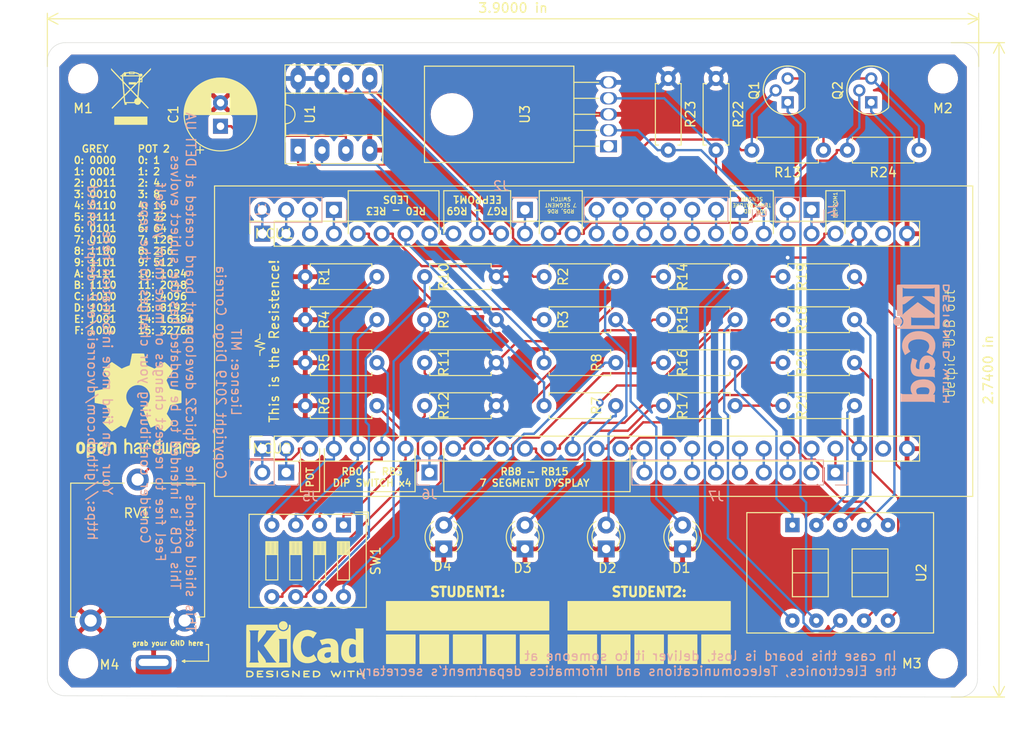
<source format=kicad_pcb>
(kicad_pcb (version 20171130) (host pcbnew "(5.1.0-0)")
  (layers (0 F.Cu signal) (31 B.Cu signal) (34 B.Paste user) (35 F.Paste user) (36 B.SilkS user hide) (37 F.SilkS user) (38 B.Mask user) (39 F.Mask user) (44 Edge.Cuts user))
  (net 0 "")
  (net 1 "Net-(C1-Pad1)")
  (net 2 GND)
  (net 3 "Net-(D1-Pad2)")
  (net 4 "Net-(D2-Pad2)")
  (net 5 "Net-(D3-Pad2)")
  (net 6 "Net-(D4-Pad2)")
  (net 7 /RE7)
  (net 8 /RE6)
  (net 9 /RE5)
  (net 10 /RE4)
  (net 11 /RE3)
  (net 12 /RE2)
  (net 13 /RE1)
  (net 14 /RE0)
  (net 15 /RG7)
  (net 16 /RG8)
  (net 17 /RG9)
  (net 18 /RD7)
  (net 19 /RD6)
  (net 20 /RD5)
  (net 21 /RD4)
  (net 22 /RD3)
  (net 23 /RD2)
  (net 24 /RD1)
  (net 25 /RD0)
  (net 26 /RD11)
  (net 27 /RD10)
  (net 28 /RD9)
  (net 29 /RD8)
  (net 30 /RG3)
  (net 31 /RG6)
  (net 32 /+3.3V)
  (net 33 /RC13)
  (net 34 /RG2)
  (net 35 /VUSB)
  (net 36 /VBUS)
  (net 37 /RF5)
  (net 38 /RF4)
  (net 39 /RF3)
  (net 40 /RF1)
  (net 41 /RF0)
  (net 42 /RB15)
  (net 43 /RB14)
  (net 44 /RB13)
  (net 45 /RB12)
  (net 46 /RB11)
  (net 47 /RB10)
  (net 48 /RB9)
  (net 49 /RB8)
  (net 50 /RB7)
  (net 51 /RB0)
  (net 52 /RB1)
  (net 53 /RB2)
  (net 54 /RB3)
  (net 55 /RB4)
  (net 56 /RB5)
  (net 57 /RB6)
  (net 58 "Net-(Q1-Pad3)")
  (net 59 "Net-(Q1-Pad1)")
  (net 60 "Net-(Q2-Pad1)")
  (net 61 "Net-(R9-Pad2)")
  (net 62 "Net-(R10-Pad2)")
  (net 63 "Net-(R11-Pad2)")
  (net 64 "Net-(R12-Pad2)")
  (net 65 "Net-(R14-Pad1)")
  (net 66 "Net-(R15-Pad1)")
  (net 67 "Net-(R16-Pad1)")
  (net 68 "Net-(R17-Pad1)")
  (net 69 "Net-(R18-Pad1)")
  (net 70 "Net-(R19-Pad1)")
  (net 71 "Net-(R20-Pad1)")
  (net 72 "Net-(R21-Pad1)")
  (net 73 /+5V_EXT1)
  (net 74 /+5V_EXT2)
  (module TestPoint:TestPoint_Pad_2.5x2.5mm (layer F.Cu) (at 138.303 92.583)
    (fp_text reference "grab your GND here" (at 1.524 -3.302) (layer F.SilkS) (effects (font (size 0.5 0.5) (thickness 0.125))))
    (fp_text value "Test Point GND")
    (pad 1 smd rect (at 0 0) (size 3.81 2.5) (layers F.Cu F.Mask) (net 2 GND))
    (pad 1 thru_hole roundrect (at 0 -1.27) (size 3.81 1.524) (drill oval 3.2 0.762) (layers *.Cu *.Mask) (roundrect_rratio 0.35) (net 2 GND))
  )
  (module Symbol:KiCad-Logo2_5mm_SilkScreen (layer F.Cu) (at 154.432 89.916)
    (fp_text reference REF3 hide)
    (fp_text value KiCad-Logo2_5mm_SilkScreen hide)
  )
  (module Symbol:OSHW-Logo2_14.6x12mm_SilkScreen (layer F.Cu) (at 136.652 64.008)
    (fp_text reference REF2 hide)
    (fp_text value OSHW-Logo2_14.6x12mm_SilkScreen hide)
  )
  (module Symbol:KiCad-Logo2_5mm_SilkScreen (layer B.Cu) (at 219.964 57.404 270)
    (fp_text reference REF4 hide)
    (fp_text value KiCad-Logo2_5mm_SilkScreen hide)
  )
  (module Symbol:WEEE-Logo_4.2x6mm_SilkScreen (layer F.Cu) (at 135.89 31.115)
    (fp_text reference REF1 hide)
    (fp_text value WEEE-Logo_4.2x6mm_SilkScreen hide)
  )
  (module MountingHole:MountingHole_2.2mm_M2 (layer F.Cu) (at 222.25 91.44)
    (fp_text reference M3 (at -3.302 0 180) (layer F.SilkS))
    (fp_text value MountingHole_2.2mm_M2)
    (pad 1 np_thru_hole circle (at 0 0) (size 2.2 2.2) (drill 2.2) (layers *.Cu *.Mask))
  )
  (module MountingHole:MountingHole_2.2mm_M2 (layer F.Cu) (at 130.81 91.44)
    (fp_text reference M4 (at 2.794 0.127) (layer F.SilkS))
    (fp_text value MountingHole_2.2mm_M2)
    (pad 1 np_thru_hole circle (at 0 0) (size 2.2 2.2) (drill 2.2) (layers *.Cu *.Mask))
  )
  (module Resistor_THT:R_Axial_DIN0207_L6.3mm_D2.5mm_P7.62mm_Horizontal (layer F.Cu) (at 162.052 50.292 180)
    (fp_text reference R1 (at 5.588 0 270) (layer F.SilkS))
    (fp_text value "10k ")
    (pad 2 thru_hole oval (at 7.62 0 180) (size 1.6 1.6) (drill 0.8) (layers *.Cu *.Mask) (net 2 GND))
    (pad 1 thru_hole circle (at 0 0 180) (size 1.6 1.6) (drill 0.8) (layers *.Cu *.Mask) (net 54 /RB3))
  )
  (module Resistor_THT:R_Axial_DIN0207_L6.3mm_D2.5mm_P7.62mm_Horizontal (layer F.Cu) (at 162.052 54.864 180)
    (fp_text reference R4 (at 5.588 0 270) (layer F.SilkS))
    (fp_text value "10k ")
    (pad 2 thru_hole oval (at 7.62 0 180) (size 1.6 1.6) (drill 0.8) (layers *.Cu *.Mask) (net 2 GND))
    (pad 1 thru_hole circle (at 0 0 180) (size 1.6 1.6) (drill 0.8) (layers *.Cu *.Mask) (net 53 /RB2))
  )
  (module Resistor_THT:R_Axial_DIN0207_L6.3mm_D2.5mm_P7.62mm_Horizontal (layer F.Cu) (at 162.052 59.436 180)
    (fp_text reference R5 (at 5.588 0 270) (layer F.SilkS))
    (fp_text value "10k ")
    (pad 2 thru_hole oval (at 7.62 0 180) (size 1.6 1.6) (drill 0.8) (layers *.Cu *.Mask) (net 2 GND))
    (pad 1 thru_hole circle (at 0 0 180) (size 1.6 1.6) (drill 0.8) (layers *.Cu *.Mask) (net 52 /RB1))
  )
  (module Resistor_THT:R_Axial_DIN0207_L6.3mm_D2.5mm_P7.62mm_Horizontal (layer F.Cu) (at 162.052 64.008 180)
    (fp_text reference R6 (at 5.588 0 270) (layer F.SilkS))
    (fp_text value "10k ")
    (pad 2 thru_hole oval (at 7.62 0 180) (size 1.6 1.6) (drill 0.8) (layers *.Cu *.Mask) (net 2 GND))
    (pad 1 thru_hole circle (at 0 0 180) (size 1.6 1.6) (drill 0.8) (layers *.Cu *.Mask) (net 51 /RB0))
  )
  (module MountingHole:MountingHole_2.2mm_M2 (layer F.Cu) (at 222.25 29.21)
    (fp_text reference M2 (at 0 3.175) (layer F.SilkS))
    (fp_text value M2)
    (pad 1 np_thru_hole circle (at 0 0) (size 2.2 2.2) (drill 2.2) (layers *.Cu *.Mask))
  )
  (module MountingHole:MountingHole_2.2mm_M2 (layer F.Cu) (at 130.81 29.21)
    (fp_text reference M1 (at 0 3.175) (layer F.SilkS))
    (fp_text value M1)
    (pad 1 np_thru_hole circle (at 0 0) (size 2.2 2.2) (drill 2.2) (layers *.Cu *.Mask))
  )
  (module Capacitor_THT:CP_Radial_D7.5mm_P2.50mm (layer F.Cu) (at 145.415 34.29 90)
    (fp_text reference C1 (at 1.25 -5 90) (layer F.SilkS))
    (fp_text value 100nF)
    (pad 1 thru_hole rect (at 0 0 90) (size 1.6 1.6) (drill 0.8) (layers *.Cu *.Mask) (net 1 "Net-(C1-Pad1)"))
    (pad 2 thru_hole circle (at 2.5 0 90) (size 1.6 1.6) (drill 0.8) (layers *.Cu *.Mask) (net 2 GND))
  )
  (module LED_THT:LED_D3.0mm (layer F.Cu) (at 194.564 79.248 90)
    (fp_text reference D1 (at -2.032 -0.127 180) (layer F.SilkS))
    (fp_text value LED)
    (pad 2 thru_hole circle (at 2.54 0 90) (size 1.8 1.8) (drill 0.9) (layers *.Cu *.Mask) (net 3 "Net-(D1-Pad2)"))
    (pad 1 thru_hole rect (at 0 0 90) (size 1.8 1.8) (drill 0.9) (layers *.Cu *.Mask) (net 2 GND))
  )
  (module LED_THT:LED_D3.0mm (layer F.Cu) (at 186.436 79.248 90)
    (fp_text reference D2 (at -2.032 0.127 180) (layer F.SilkS))
    (fp_text value LED)
    (pad 1 thru_hole rect (at 0 0 90) (size 1.8 1.8) (drill 0.9) (layers *.Cu *.Mask) (net 2 GND))
    (pad 2 thru_hole circle (at 2.54 0 90) (size 1.8 1.8) (drill 0.9) (layers *.Cu *.Mask) (net 4 "Net-(D2-Pad2)"))
  )
  (module LED_THT:LED_D3.0mm (layer F.Cu) (at 177.8 79.248 90)
    (fp_text reference D3 (at -2.032 -0.254 180) (layer F.SilkS))
    (fp_text value LED)
    (pad 1 thru_hole rect (at 0 0 90) (size 1.8 1.8) (drill 0.9) (layers *.Cu *.Mask) (net 2 GND))
    (pad 2 thru_hole circle (at 2.54 0 90) (size 1.8 1.8) (drill 0.9) (layers *.Cu *.Mask) (net 5 "Net-(D3-Pad2)"))
  )
  (module LED_THT:LED_D3.0mm (layer F.Cu) (at 169.164 79.248 90)
    (fp_text reference D4 (at -1.817 -0.127 180) (layer F.SilkS))
    (fp_text value LED)
    (pad 2 thru_hole circle (at 2.54 0 90) (size 1.8 1.8) (drill 0.9) (layers *.Cu *.Mask) (net 6 "Net-(D4-Pad2)"))
    (pad 1 thru_hole rect (at 0 0 90) (size 1.8 1.8) (drill 0.9) (layers *.Cu *.Mask) (net 2 GND))
  )
  (module Package_TO_SOT_THT:TO-92 (layer F.Cu) (at 205.74 31.75 90)
    (fp_text reference Q1 (at 1.27 -3.56 90) (layer F.SilkS))
    (fp_text value VN2222)
    (pad 2 thru_hole circle (at 1.27 -1.27 180) (size 1.3 1.3) (drill 0.75) (layers *.Cu *.Mask) (net 19 /RD6))
    (pad 3 thru_hole circle (at 2.54 0 180) (size 1.3 1.3) (drill 0.75) (layers *.Cu *.Mask) (net 58 "Net-(Q1-Pad3)"))
    (pad 1 thru_hole rect (at 0 0 180) (size 1.3 1.3) (drill 0.75) (layers *.Cu *.Mask) (net 59 "Net-(Q1-Pad1)"))
  )
  (module Package_TO_SOT_THT:TO-92 (layer F.Cu) (at 214.63 31.75 90)
    (fp_text reference Q2 (at 1.27 -3.56 90) (layer F.SilkS))
    (fp_text value VN2222)
    (pad 1 thru_hole rect (at 0 0 180) (size 1.3 1.3) (drill 0.75) (layers *.Cu *.Mask) (net 60 "Net-(Q2-Pad1)"))
    (pad 3 thru_hole circle (at 2.54 0 180) (size 1.3 1.3) (drill 0.75) (layers *.Cu *.Mask) (net 58 "Net-(Q1-Pad3)"))
    (pad 2 thru_hole circle (at 1.27 -1.27 180) (size 1.3 1.3) (drill 0.75) (layers *.Cu *.Mask) (net 20 /RD5))
  )
  (module Resistor_THT:R_Axial_DIN0207_L6.3mm_D2.5mm_P7.62mm_Horizontal (layer F.Cu) (at 187.452 50.292 180)
    (fp_text reference R2 (at 5.588 0 270) (layer F.SilkS))
    (fp_text value 270)
    (pad 1 thru_hole circle (at 0 0 180) (size 1.6 1.6) (drill 0.8) (layers *.Cu *.Mask) (net 4 "Net-(D2-Pad2)"))
    (pad 2 thru_hole oval (at 7.62 0 180) (size 1.6 1.6) (drill 0.8) (layers *.Cu *.Mask) (net 12 /RE2))
  )
  (module Resistor_THT:R_Axial_DIN0207_L6.3mm_D2.5mm_P7.62mm_Horizontal (layer F.Cu) (at 187.452 54.864 180)
    (fp_text reference R3 (at 5.588 0 270) (layer F.SilkS))
    (fp_text value 270)
    (pad 1 thru_hole circle (at 0 0 180) (size 1.6 1.6) (drill 0.8) (layers *.Cu *.Mask) (net 3 "Net-(D1-Pad2)"))
    (pad 2 thru_hole oval (at 7.62 0 180) (size 1.6 1.6) (drill 0.8) (layers *.Cu *.Mask) (net 11 /RE3))
  )
  (module Resistor_THT:R_Axial_DIN0207_L6.3mm_D2.5mm_P7.62mm_Horizontal (layer F.Cu) (at 179.832 64.008)
    (fp_text reference R7 (at 5.588 0 90) (layer F.SilkS))
    (fp_text value 270)
    (pad 2 thru_hole oval (at 7.62 0) (size 1.6 1.6) (drill 0.8) (layers *.Cu *.Mask) (net 5 "Net-(D3-Pad2)"))
    (pad 1 thru_hole circle (at 0 0) (size 1.6 1.6) (drill 0.8) (layers *.Cu *.Mask) (net 13 /RE1))
  )
  (module Resistor_THT:R_Axial_DIN0207_L6.3mm_D2.5mm_P7.62mm_Horizontal (layer F.Cu) (at 179.832 59.436)
    (fp_text reference R8 (at 5.588 0 90) (layer F.SilkS))
    (fp_text value 270)
    (pad 1 thru_hole circle (at 0 0) (size 1.6 1.6) (drill 0.8) (layers *.Cu *.Mask) (net 14 /RE0))
    (pad 2 thru_hole oval (at 7.62 0) (size 1.6 1.6) (drill 0.8) (layers *.Cu *.Mask) (net 6 "Net-(D4-Pad2)"))
  )
  (module Resistor_THT:R_Axial_DIN0207_L6.3mm_D2.5mm_P7.62mm_Horizontal (layer F.Cu) (at 174.752 54.864 180)
    (fp_text reference R9 (at 5.588 0 270) (layer F.SilkS))
    (fp_text value 470)
    (pad 1 thru_hole circle (at 0 0 180) (size 1.6 1.6) (drill 0.8) (layers *.Cu *.Mask) (net 32 /+3.3V))
    (pad 2 thru_hole oval (at 7.62 0 180) (size 1.6 1.6) (drill 0.8) (layers *.Cu *.Mask) (net 61 "Net-(R9-Pad2)"))
  )
  (module Resistor_THT:R_Axial_DIN0207_L6.3mm_D2.5mm_P7.62mm_Horizontal (layer F.Cu) (at 174.752 50.292 180)
    (fp_text reference R10 (at 5.588 0 90) (layer F.SilkS))
    (fp_text value 470)
    (pad 2 thru_hole oval (at 7.62 0 180) (size 1.6 1.6) (drill 0.8) (layers *.Cu *.Mask) (net 62 "Net-(R10-Pad2)"))
    (pad 1 thru_hole circle (at 0 0 180) (size 1.6 1.6) (drill 0.8) (layers *.Cu *.Mask) (net 32 /+3.3V))
  )
  (module Resistor_THT:R_Axial_DIN0207_L6.3mm_D2.5mm_P7.62mm_Horizontal (layer F.Cu) (at 174.752 59.436 180)
    (fp_text reference R11 (at 5.588 0 270) (layer F.SilkS))
    (fp_text value 470)
    (pad 1 thru_hole circle (at 0 0 180) (size 1.6 1.6) (drill 0.8) (layers *.Cu *.Mask) (net 32 /+3.3V))
    (pad 2 thru_hole oval (at 7.62 0 180) (size 1.6 1.6) (drill 0.8) (layers *.Cu *.Mask) (net 63 "Net-(R11-Pad2)"))
  )
  (module Resistor_THT:R_Axial_DIN0207_L6.3mm_D2.5mm_P7.62mm_Horizontal (layer F.Cu) (at 174.752 64.008 180)
    (fp_text reference R12 (at 5.588 0 270) (layer F.SilkS))
    (fp_text value 470)
    (pad 2 thru_hole oval (at 7.62 0 180) (size 1.6 1.6) (drill 0.8) (layers *.Cu *.Mask) (net 64 "Net-(R12-Pad2)"))
    (pad 1 thru_hole circle (at 0 0 180) (size 1.6 1.6) (drill 0.8) (layers *.Cu *.Mask) (net 32 /+3.3V))
  )
  (module Resistor_THT:R_Axial_DIN0207_L6.3mm_D2.5mm_P7.62mm_Horizontal (layer F.Cu) (at 209.55 36.83 180)
    (fp_text reference R13 (at 3.81 -2.37 180) (layer F.SilkS))
    (fp_text value 10k)
    (pad 2 thru_hole oval (at 7.62 0 180) (size 1.6 1.6) (drill 0.8) (layers *.Cu *.Mask) (net 19 /RD6))
    (pad 1 thru_hole circle (at 0 0 180) (size 1.6 1.6) (drill 0.8) (layers *.Cu *.Mask) (net 58 "Net-(Q1-Pad3)"))
  )
  (module Resistor_THT:R_Axial_DIN0207_L6.3mm_D2.5mm_P7.62mm_Horizontal (layer F.Cu) (at 200.152 50.292 180)
    (fp_text reference R14 (at 5.588 0 270) (layer F.SilkS))
    (fp_text value 330)
    (pad 2 thru_hole oval (at 7.62 0 180) (size 1.6 1.6) (drill 0.8) (layers *.Cu *.Mask) (net 49 /RB8))
    (pad 1 thru_hole circle (at 0 0 180) (size 1.6 1.6) (drill 0.8) (layers *.Cu *.Mask) (net 65 "Net-(R14-Pad1)"))
  )
  (module Resistor_THT:R_Axial_DIN0207_L6.3mm_D2.5mm_P7.62mm_Horizontal (layer F.Cu) (at 200.152 54.864 180)
    (fp_text reference R15 (at 5.588 0 270) (layer F.SilkS))
    (fp_text value 330)
    (pad 1 thru_hole circle (at 0 0 180) (size 1.6 1.6) (drill 0.8) (layers *.Cu *.Mask) (net 66 "Net-(R15-Pad1)"))
    (pad 2 thru_hole oval (at 7.62 0 180) (size 1.6 1.6) (drill 0.8) (layers *.Cu *.Mask) (net 48 /RB9))
  )
  (module Resistor_THT:R_Axial_DIN0207_L6.3mm_D2.5mm_P7.62mm_Horizontal (layer F.Cu) (at 200.152 59.436 180)
    (fp_text reference R16 (at 5.588 0 270) (layer F.SilkS))
    (fp_text value 330)
    (pad 2 thru_hole oval (at 7.62 0 180) (size 1.6 1.6) (drill 0.8) (layers *.Cu *.Mask) (net 47 /RB10))
    (pad 1 thru_hole circle (at 0 0 180) (size 1.6 1.6) (drill 0.8) (layers *.Cu *.Mask) (net 67 "Net-(R16-Pad1)"))
  )
  (module Resistor_THT:R_Axial_DIN0207_L6.3mm_D2.5mm_P7.62mm_Horizontal (layer F.Cu) (at 200.152 64.008 180)
    (fp_text reference R17 (at 5.588 0 270) (layer F.SilkS))
    (fp_text value 330)
    (pad 1 thru_hole circle (at 0 0 180) (size 1.6 1.6) (drill 0.8) (layers *.Cu *.Mask) (net 68 "Net-(R17-Pad1)"))
    (pad 2 thru_hole oval (at 7.62 0 180) (size 1.6 1.6) (drill 0.8) (layers *.Cu *.Mask) (net 46 /RB11))
  )
  (module Resistor_THT:R_Axial_DIN0207_L6.3mm_D2.5mm_P7.62mm_Horizontal (layer F.Cu) (at 212.852 54.864 180)
    (fp_text reference R18 (at 5.588 0 270) (layer F.SilkS))
    (fp_text value 330)
    (pad 2 thru_hole oval (at 7.62 0 180) (size 1.6 1.6) (drill 0.8) (layers *.Cu *.Mask) (net 45 /RB12))
    (pad 1 thru_hole circle (at 0 0 180) (size 1.6 1.6) (drill 0.8) (layers *.Cu *.Mask) (net 69 "Net-(R18-Pad1)"))
  )
  (module Resistor_THT:R_Axial_DIN0207_L6.3mm_D2.5mm_P7.62mm_Horizontal (layer F.Cu) (at 212.852 50.292 180)
    (fp_text reference R19 (at 5.588 0 270) (layer F.SilkS))
    (fp_text value 330)
    (pad 1 thru_hole circle (at 0 0 180) (size 1.6 1.6) (drill 0.8) (layers *.Cu *.Mask) (net 70 "Net-(R19-Pad1)"))
    (pad 2 thru_hole oval (at 7.62 0 180) (size 1.6 1.6) (drill 0.8) (layers *.Cu *.Mask) (net 44 /RB13))
  )
  (module Resistor_THT:R_Axial_DIN0207_L6.3mm_D2.5mm_P7.62mm_Horizontal (layer F.Cu) (at 212.852 59.436 180)
    (fp_text reference R20 (at 5.588 0 270) (layer F.SilkS))
    (fp_text value 330)
    (pad 1 thru_hole circle (at 0 0 180) (size 1.6 1.6) (drill 0.8) (layers *.Cu *.Mask) (net 71 "Net-(R20-Pad1)"))
    (pad 2 thru_hole oval (at 7.62 0 180) (size 1.6 1.6) (drill 0.8) (layers *.Cu *.Mask) (net 43 /RB14))
  )
  (module Resistor_THT:R_Axial_DIN0207_L6.3mm_D2.5mm_P7.62mm_Horizontal (layer F.Cu) (at 212.852 64.008 180)
    (fp_text reference R21 (at 5.588 0 270) (layer F.SilkS))
    (fp_text value 330)
    (pad 2 thru_hole oval (at 7.62 0 180) (size 1.6 1.6) (drill 0.8) (layers *.Cu *.Mask) (net 42 /RB15))
    (pad 1 thru_hole circle (at 0 0 180) (size 1.6 1.6) (drill 0.8) (layers *.Cu *.Mask) (net 72 "Net-(R21-Pad1)"))
  )
  (module Resistor_THT:R_Axial_DIN0207_L6.3mm_D2.5mm_P7.62mm_Horizontal (layer F.Cu) (at 198.12 29.21 270)
    (fp_text reference R22 (at 3.81 -2.37 270) (layer F.SilkS))
    (fp_text value 2k7)
    (pad 2 thru_hole oval (at 7.62 0 270) (size 1.6 1.6) (drill 0.8) (layers *.Cu *.Mask) (net 27 /RD10))
    (pad 1 thru_hole circle (at 0 0 270) (size 1.6 1.6) (drill 0.8) (layers *.Cu *.Mask) (net 32 /+3.3V))
  )
  (module Resistor_THT:R_Axial_DIN0207_L6.3mm_D2.5mm_P7.62mm_Horizontal (layer F.Cu) (at 193.04 29.21 270)
    (fp_text reference R23 (at 3.81 -2.37 270) (layer F.SilkS))
    (fp_text value 2k7)
    (pad 2 thru_hole oval (at 7.62 0 270) (size 1.6 1.6) (drill 0.8) (layers *.Cu *.Mask) (net 28 /RD9))
    (pad 1 thru_hole circle (at 0 0 270) (size 1.6 1.6) (drill 0.8) (layers *.Cu *.Mask) (net 32 /+3.3V))
  )
  (module Resistor_THT:R_Axial_DIN0207_L6.3mm_D2.5mm_P7.62mm_Horizontal (layer F.Cu) (at 219.71 36.83 180)
    (fp_text reference R24 (at 3.81 -2.37 180) (layer F.SilkS))
    (fp_text value 10k)
    (pad 1 thru_hole circle (at 0 0 180) (size 1.6 1.6) (drill 0.8) (layers *.Cu *.Mask) (net 58 "Net-(Q1-Pad3)"))
    (pad 2 thru_hole oval (at 7.62 0 180) (size 1.6 1.6) (drill 0.8) (layers *.Cu *.Mask) (net 20 /RD5))
  )
  (module Potentiometer_THT:Potentiometer_ACP_CA14V-15_Vertical (layer F.Cu) (at 141.605 86.868 90)
    (fp_text reference RV1 (at 11.43 -5.08 180) (layer F.SilkS))
    (fp_text value 10k)
    (pad 3 thru_hole circle (at 0 -10 90) (size 2.34 2.34) (drill 1.3) (layers *.Cu *.Mask) (net 2 GND))
    (pad 2 thru_hole circle (at 15 -5 90) (size 2.34 2.34) (drill 1.3) (layers *.Cu *.Mask) (net 55 /RB4))
    (pad 1 thru_hole circle (at 0 0 90) (size 2.34 2.34) (drill 1.3) (layers *.Cu *.Mask) (net 32 /+3.3V))
  )
  (module Button_Switch_THT:SW_DIP_SPSTx04_Slide_9.78x12.34mm_W7.62mm_P2.54mm (layer F.Cu) (at 158.496 76.708 270)
    (fp_text reference SW1 (at 3.81 -3.42 270) (layer F.SilkS))
    (fp_text value SW_DIP_x04)
    (pad 1 thru_hole rect (at 0 0 270) (size 1.6 1.6) (drill 0.8) (layers *.Cu *.Mask) (net 51 /RB0))
    (pad 5 thru_hole oval (at 7.62 7.62 270) (size 1.6 1.6) (drill 0.8) (layers *.Cu *.Mask) (net 64 "Net-(R12-Pad2)"))
    (pad 2 thru_hole oval (at 0 2.54 270) (size 1.6 1.6) (drill 0.8) (layers *.Cu *.Mask) (net 52 /RB1))
    (pad 6 thru_hole oval (at 7.62 5.08 270) (size 1.6 1.6) (drill 0.8) (layers *.Cu *.Mask) (net 63 "Net-(R11-Pad2)"))
    (pad 3 thru_hole oval (at 0 5.08 270) (size 1.6 1.6) (drill 0.8) (layers *.Cu *.Mask) (net 53 /RB2))
    (pad 7 thru_hole oval (at 7.62 2.54 270) (size 1.6 1.6) (drill 0.8) (layers *.Cu *.Mask) (net 62 "Net-(R10-Pad2)"))
    (pad 4 thru_hole oval (at 0 7.62 270) (size 1.6 1.6) (drill 0.8) (layers *.Cu *.Mask) (net 54 /RB3))
    (pad 8 thru_hole oval (at 7.62 0 270) (size 1.6 1.6) (drill 0.8) (layers *.Cu *.Mask) (net 61 "Net-(R9-Pad2)"))
  )
  (module Package_DIP:DIP-8_W7.62mm_Socket_LongPads (layer F.Cu) (at 153.67 36.83 90)
    (fp_text reference U1 (at 3.81 1.27 90) (layer F.SilkS))
    (fp_text value 25LC040A)
    (pad 1 thru_hole rect (at 0 0 90) (size 2.4 1.6) (drill 0.8) (layers *.Cu *.Mask) (net 17 /RG9))
    (pad 5 thru_hole oval (at 7.62 7.62 90) (size 2.4 1.6) (drill 0.8) (layers *.Cu *.Mask) (net 16 /RG8))
    (pad 2 thru_hole oval (at 0 2.54 90) (size 2.4 1.6) (drill 0.8) (layers *.Cu *.Mask) (net 15 /RG7))
    (pad 6 thru_hole oval (at 7.62 5.08 90) (size 2.4 1.6) (drill 0.8) (layers *.Cu *.Mask) (net 31 /RG6))
    (pad 3 thru_hole oval (at 0 5.08 90) (size 2.4 1.6) (drill 0.8) (layers *.Cu *.Mask) (net 1 "Net-(C1-Pad1)"))
    (pad 7 thru_hole oval (at 7.62 2.54 90) (size 2.4 1.6) (drill 0.8) (layers *.Cu *.Mask) (net 32 /+3.3V))
    (pad 4 thru_hole oval (at 0 7.62 90) (size 2.4 1.6) (drill 0.8) (layers *.Cu *.Mask) (net 2 GND))
    (pad 8 thru_hole oval (at 7.62 0 90) (size 2.4 1.6) (drill 0.8) (layers *.Cu *.Mask) (net 32 /+3.3V))
  )
  (module LTD-4708JR:LTD-4708JR (layer F.Cu) (at 211.328 81.788)
    (fp_text reference U2 (at 8.636 0 270) (layer F.SilkS))
    (fp_text value LTD-4708JR)
    (pad 10 thru_hole circle (at -5.08 5.08) (size 1.524 1.524) (drill 0.61) (layers *.Cu *.Mask) (net 65 "Net-(R14-Pad1)"))
    (pad 9 thru_hole circle (at -2.54 5.08) (size 1.524 1.524) (drill 0.61) (layers *.Cu *.Mask) (net 59 "Net-(Q1-Pad1)"))
    (pad 8 thru_hole circle (at 0 5.08) (size 1.524 1.524) (drill 0.61) (layers *.Cu *.Mask) (net 66 "Net-(R15-Pad1)"))
    (pad 7 thru_hole circle (at 2.54 5.08) (size 1.524 1.524) (drill 0.61) (layers *.Cu *.Mask) (net 71 "Net-(R20-Pad1)"))
    (pad 6 thru_hole circle (at 5.08 5.08) (size 1.524 1.524) (drill 0.61) (layers *.Cu *.Mask) (net 70 "Net-(R19-Pad1)"))
    (pad 5 thru_hole circle (at 5.08 -5.08) (size 1.524 1.524) (drill 0.61) (layers *.Cu *.Mask) (net 68 "Net-(R17-Pad1)"))
    (pad 4 thru_hole circle (at 2.54 -5.08) (size 1.524 1.524) (drill 0.61) (layers *.Cu *.Mask) (net 60 "Net-(Q2-Pad1)"))
    (pad 3 thru_hole circle (at 0 -5.08) (size 1.524 1.524) (drill 0.61) (layers *.Cu *.Mask) (net 69 "Net-(R18-Pad1)"))
    (pad 2 thru_hole circle (at -2.54 -5.08) (size 1.524 1.524) (drill 0.61) (layers *.Cu *.Mask) (net 72 "Net-(R21-Pad1)"))
    (pad 1 thru_hole rect (at -5.08 -5.08) (size 1.524 1.524) (drill 0.61) (layers *.Cu *.Mask) (net 67 "Net-(R16-Pad1)"))
  )
  (module Package_TO_SOT_THT:TO-220-5_Horizontal_TabDown (layer F.Cu) (at 186.69 36.42 90)
    (fp_text reference U3 (at 3.4 -8.89 90) (layer F.SilkS))
    (fp_text value TC74)
    (pad "" np_thru_hole oval (at 3.4 -16.66 90) (size 3.5 3.5) (drill 3.5) (layers *.Cu *.Mask))
    (pad 1 thru_hole rect (at 0 0 90) (size 1.275 1.8) (drill 1.1) (layers *.Cu *.Mask))
    (pad 2 thru_hole oval (at 1.7 0 90) (size 1.275 1.8) (drill 1.1) (layers *.Cu *.Mask) (net 28 /RD9))
    (pad 3 thru_hole oval (at 3.4 0 90) (size 1.275 1.8) (drill 1.1) (layers *.Cu *.Mask) (net 2 GND))
    (pad 4 thru_hole oval (at 5.1 0 90) (size 1.275 1.8) (drill 1.1) (layers *.Cu *.Mask) (net 27 /RD10))
    (pad 5 thru_hole oval (at 6.8 0 90) (size 1.275 1.8) (drill 1.1) (layers *.Cu *.Mask) (net 32 /+3.3V))
  )
  (module Connector_PinSocket_2.54mm:PinSocket_1x28_P2.54mm_Vertical (layer F.Cu) (at 149.86 45.72 90)
    (fp_text reference MCU1 (at 0 1.27 180) (layer F.SilkS))
    (fp_text value "CN1(DETPIC32)")
    (pad 1 thru_hole rect (at 0 0 90) (size 1.7 1.7) (drill 1) (layers *.Cu *.Mask) (net 7 /RE7))
    (pad 2 thru_hole oval (at 0 2.54 90) (size 1.7 1.7) (drill 1) (layers *.Cu *.Mask) (net 8 /RE6))
    (pad 3 thru_hole oval (at 0 5.08 90) (size 1.7 1.7) (drill 1) (layers *.Cu *.Mask) (net 9 /RE5))
    (pad 4 thru_hole oval (at 0 7.62 90) (size 1.7 1.7) (drill 1) (layers *.Cu *.Mask) (net 10 /RE4))
    (pad 5 thru_hole oval (at 0 10.16 90) (size 1.7 1.7) (drill 1) (layers *.Cu *.Mask) (net 11 /RE3))
    (pad 6 thru_hole oval (at 0 12.7 90) (size 1.7 1.7) (drill 1) (layers *.Cu *.Mask) (net 12 /RE2))
    (pad 7 thru_hole oval (at 0 15.24 90) (size 1.7 1.7) (drill 1) (layers *.Cu *.Mask) (net 13 /RE1))
    (pad 8 thru_hole oval (at 0 17.78 90) (size 1.7 1.7) (drill 1) (layers *.Cu *.Mask) (net 14 /RE0))
    (pad 9 thru_hole oval (at 0 20.32 90) (size 1.7 1.7) (drill 1) (layers *.Cu *.Mask) (net 15 /RG7))
    (pad 10 thru_hole oval (at 0 22.86 90) (size 1.7 1.7) (drill 1) (layers *.Cu *.Mask) (net 16 /RG8))
    (pad 11 thru_hole oval (at 0 25.4 90) (size 1.7 1.7) (drill 1) (layers *.Cu *.Mask) (net 17 /RG9))
    (pad 12 thru_hole oval (at 0 27.94 90) (size 1.7 1.7) (drill 1) (layers *.Cu *.Mask) (net 18 /RD7))
    (pad 13 thru_hole oval (at 0 30.48 90) (size 1.7 1.7) (drill 1) (layers *.Cu *.Mask) (net 19 /RD6))
    (pad 14 thru_hole oval (at 0 33.02 90) (size 1.7 1.7) (drill 1) (layers *.Cu *.Mask) (net 20 /RD5))
    (pad 15 thru_hole oval (at 0 35.56 90) (size 1.7 1.7) (drill 1) (layers *.Cu *.Mask) (net 21 /RD4))
    (pad 16 thru_hole oval (at 0 38.1 90) (size 1.7 1.7) (drill 1) (layers *.Cu *.Mask) (net 22 /RD3))
    (pad 17 thru_hole oval (at 0 40.64 90) (size 1.7 1.7) (drill 1) (layers *.Cu *.Mask) (net 23 /RD2))
    (pad 18 thru_hole oval (at 0 43.18 90) (size 1.7 1.7) (drill 1) (layers *.Cu *.Mask) (net 24 /RD1))
    (pad 19 thru_hole oval (at 0 45.72 90) (size 1.7 1.7) (drill 1) (layers *.Cu *.Mask) (net 25 /RD0))
    (pad 20 thru_hole oval (at 0 48.26 90) (size 1.7 1.7) (drill 1) (layers *.Cu *.Mask) (net 26 /RD11))
    (pad 21 thru_hole oval (at 0 50.8 90) (size 1.7 1.7) (drill 1) (layers *.Cu *.Mask) (net 27 /RD10))
    (pad 22 thru_hole oval (at 0 53.34 90) (size 1.7 1.7) (drill 1) (layers *.Cu *.Mask) (net 28 /RD9))
    (pad 23 thru_hole oval (at 0 55.88 90) (size 1.7 1.7) (drill 1) (layers *.Cu *.Mask) (net 29 /RD8))
    (pad 24 thru_hole oval (at 0 58.42 90) (size 1.7 1.7) (drill 1) (layers *.Cu *.Mask) (net 30 /RG3))
    (pad 25 thru_hole oval (at 0 60.96 90) (size 1.7 1.7) (drill 1) (layers *.Cu *.Mask) (net 31 /RG6))
    (pad 26 thru_hole oval (at 0 63.5 90) (size 1.7 1.7) (drill 1) (layers *.Cu *.Mask) (net 32 /+3.3V))
    (pad 27 thru_hole oval (at 0 66.04 90) (size 1.7 1.7) (drill 1) (layers *.Cu *.Mask) (net 73 /+5V_EXT1))
    (pad 28 thru_hole oval (at 0 68.58 90) (size 1.7 1.7) (drill 1) (layers *.Cu *.Mask) (net 2 GND))
  )
  (module Connector_PinSocket_2.54mm:PinSocket_1x28_P2.54mm_Vertical (layer F.Cu) (at 149.86 68.58 90)
    (fp_text reference MCU2 (at 0 1.016 180) (layer F.SilkS))
    (fp_text value "CN2(DETPIC32)")
    (pad 28 thru_hole oval (at 0 68.58 90) (size 1.7 1.7) (drill 1) (layers *.Cu *.Mask) (net 2 GND))
    (pad 27 thru_hole oval (at 0 66.04 90) (size 1.7 1.7) (drill 1) (layers *.Cu *.Mask) (net 74 /+5V_EXT2))
    (pad 26 thru_hole oval (at 0 63.5 90) (size 1.7 1.7) (drill 1) (layers *.Cu *.Mask) (net 32 /+3.3V))
    (pad 25 thru_hole oval (at 0 60.96 90) (size 1.7 1.7) (drill 1) (layers *.Cu *.Mask) (net 33 /RC13))
    (pad 24 thru_hole oval (at 0 58.42 90) (size 1.7 1.7) (drill 1) (layers *.Cu *.Mask) (net 34 /RG2))
    (pad 23 thru_hole oval (at 0 55.88 90) (size 1.7 1.7) (drill 1) (layers *.Cu *.Mask) (net 35 /VUSB))
    (pad 22 thru_hole oval (at 0 53.34 90) (size 1.7 1.7) (drill 1) (layers *.Cu *.Mask) (net 36 /VBUS))
    (pad 21 thru_hole oval (at 0 50.8 90) (size 1.7 1.7) (drill 1) (layers *.Cu *.Mask) (net 37 /RF5))
    (pad 20 thru_hole oval (at 0 48.26 90) (size 1.7 1.7) (drill 1) (layers *.Cu *.Mask) (net 38 /RF4))
    (pad 19 thru_hole oval (at 0 45.72 90) (size 1.7 1.7) (drill 1) (layers *.Cu *.Mask) (net 39 /RF3))
    (pad 18 thru_hole oval (at 0 43.18 90) (size 1.7 1.7) (drill 1) (layers *.Cu *.Mask) (net 40 /RF1))
    (pad 17 thru_hole oval (at 0 40.64 90) (size 1.7 1.7) (drill 1) (layers *.Cu *.Mask) (net 41 /RF0))
    (pad 16 thru_hole oval (at 0 38.1 90) (size 1.7 1.7) (drill 1) (layers *.Cu *.Mask) (net 42 /RB15))
    (pad 15 thru_hole oval (at 0 35.56 90) (size 1.7 1.7) (drill 1) (layers *.Cu *.Mask) (net 43 /RB14))
    (pad 14 thru_hole oval (at 0 33.02 90) (size 1.7 1.7) (drill 1) (layers *.Cu *.Mask) (net 44 /RB13))
    (pad 13 thru_hole oval (at 0 30.48 90) (size 1.7 1.7) (drill 1) (layers *.Cu *.Mask) (net 45 /RB12))
    (pad 12 thru_hole oval (at 0 27.94 90) (size 1.7 1.7) (drill 1) (layers *.Cu *.Mask) (net 46 /RB11))
    (pad 11 thru_hole oval (at 0 25.4 90) (size 1.7 1.7) (drill 1) (layers *.Cu *.Mask) (net 47 /RB10))
    (pad 10 thru_hole oval (at 0 22.86 90) (size 1.7 1.7) (drill 1) (layers *.Cu *.Mask) (net 48 /RB9))
    (pad 9 thru_hole oval (at 0 20.32 90) (size 1.7 1.7) (drill 1) (layers *.Cu *.Mask) (net 49 /RB8))
    (pad 8 thru_hole oval (at 0 17.78 90) (size 1.7 1.7) (drill 1) (layers *.Cu *.Mask) (net 50 /RB7))
    (pad 7 thru_hole oval (at 0 15.24 90) (size 1.7 1.7) (drill 1) (layers *.Cu *.Mask) (net 51 /RB0))
    (pad 6 thru_hole oval (at 0 12.7 90) (size 1.7 1.7) (drill 1) (layers *.Cu *.Mask) (net 52 /RB1))
    (pad 5 thru_hole oval (at 0 10.16 90) (size 1.7 1.7) (drill 1) (layers *.Cu *.Mask) (net 53 /RB2))
    (pad 4 thru_hole oval (at 0 7.62 90) (size 1.7 1.7) (drill 1) (layers *.Cu *.Mask) (net 54 /RB3))
    (pad 3 thru_hole oval (at 0 5.08 90) (size 1.7 1.7) (drill 1) (layers *.Cu *.Mask) (net 55 /RB4))
    (pad 2 thru_hole oval (at 0 2.54 90) (size 1.7 1.7) (drill 1) (layers *.Cu *.Mask) (net 56 /RB5))
    (pad 1 thru_hole rect (at 0 0 90) (size 1.7 1.7) (drill 1) (layers *.Cu *.Mask) (net 57 /RB6))
  )
  (module Connector_PinHeader_2.54mm:PinHeader_1x04_P2.54mm_Vertical (layer B.Cu) (at 157.48 43.18 90)
    (fp_text reference J1 (at 0 -7.62 -180) (layer B.SilkS) (effects (justify mirror)))
    (fp_text value HEADER)
    (pad 1 thru_hole rect (at 0 0 90) (size 1.7 1.7) (drill 1) (layers *.Cu *.Mask) (net 10 /RE4))
    (pad 2 thru_hole oval (at 0 -2.54 90) (size 1.7 1.7) (drill 1) (layers *.Cu *.Mask) (net 9 /RE5))
    (pad 3 thru_hole oval (at 0 -5.08 90) (size 1.7 1.7) (drill 1) (layers *.Cu *.Mask) (net 8 /RE6))
    (pad 4 thru_hole oval (at 0 -7.62 90) (size 1.7 1.7) (drill 1) (layers *.Cu *.Mask) (net 7 /RE7))
  )
  (module Connector_PinHeader_2.54mm:PinHeader_1x01_P2.54mm_Vertical (layer B.Cu) (at 177.8 43.18)
    (fp_text reference J2 (at -2.54 -2.54) (layer B.SilkS) (effects (justify mirror)))
    (fp_text value HEADER)
    (pad 1 thru_hole rect (at 0 0) (size 1.7 1.7) (drill 1) (layers *.Cu *.Mask) (net 18 /RD7))
  )
  (module Connector_PinHeader_2.54mm:PinHeader_1x02_P2.54mm_Vertical (layer B.Cu) (at 208.28 43.18 90)
    (fp_text reference J4 (at 0 2.33 90) (layer B.SilkS) (effects (justify mirror)))
    (fp_text value HEADER)
    (pad 1 thru_hole rect (at 0 0 90) (size 1.7 1.7) (drill 1) (layers *.Cu *.Mask) (net 30 /RG3))
    (pad 2 thru_hole oval (at 0 -2.54 90) (size 1.7 1.7) (drill 1) (layers *.Cu *.Mask) (net 29 /RD8))
  )
  (module Connector_PinHeader_2.54mm:PinHeader_1x02_P2.54mm_Vertical (layer B.Cu) (at 152.4 71.12 90)
    (fp_text reference J5 (at -2.54 2.54) (layer B.SilkS) (effects (justify mirror)))
    (fp_text value HEADER)
    (pad 2 thru_hole oval (at 0 -2.54 90) (size 1.7 1.7) (drill 1) (layers *.Cu *.Mask) (net 57 /RB6))
    (pad 1 thru_hole rect (at 0 0 90) (size 1.7 1.7) (drill 1) (layers *.Cu *.Mask) (net 56 /RB5))
  )
  (module Connector_PinHeader_2.54mm:PinHeader_1x01_P2.54mm_Vertical (layer B.Cu) (at 167.64 71.12)
    (fp_text reference J6 (at 0 2.33) (layer B.SilkS) (effects (justify mirror)))
    (fp_text value HEADER)
    (pad 1 thru_hole rect (at 0 0) (size 1.7 1.7) (drill 1) (layers *.Cu *.Mask) (net 50 /RB7))
  )
  (module Connector_PinHeader_2.54mm:PinHeader_1x09_P2.54mm_Vertical (layer B.Cu) (at 210.82 71.12 90)
    (fp_text reference J7 (at -2.54 -12.7) (layer B.SilkS) (effects (justify mirror)))
    (fp_text value HEADER)
    (pad 1 thru_hole rect (at 0 0 90) (size 1.7 1.7) (drill 1) (layers *.Cu *.Mask) (net 33 /RC13))
    (pad 2 thru_hole oval (at 0 -2.54 90) (size 1.7 1.7) (drill 1) (layers *.Cu *.Mask) (net 34 /RG2))
    (pad 3 thru_hole oval (at 0 -5.08 90) (size 1.7 1.7) (drill 1) (layers *.Cu *.Mask) (net 35 /VUSB))
    (pad 4 thru_hole oval (at 0 -7.62 90) (size 1.7 1.7) (drill 1) (layers *.Cu *.Mask) (net 36 /VBUS))
    (pad 5 thru_hole oval (at 0 -10.16 90) (size 1.7 1.7) (drill 1) (layers *.Cu *.Mask) (net 37 /RF5))
    (pad 6 thru_hole oval (at 0 -12.7 90) (size 1.7 1.7) (drill 1) (layers *.Cu *.Mask) (net 38 /RF4))
    (pad 7 thru_hole oval (at 0 -15.24 90) (size 1.7 1.7) (drill 1) (layers *.Cu *.Mask) (net 39 /RF3))
    (pad 8 thru_hole oval (at 0 -17.78 90) (size 1.7 1.7) (drill 1) (layers *.Cu *.Mask) (net 40 /RF1))
    (pad 9 thru_hole oval (at 0 -20.32 90) (size 1.7 1.7) (drill 1) (layers *.Cu *.Mask) (net 41 /RF0))
  )
  (module Connector_PinHeader_2.54mm:PinHeader_1x07_P2.54mm_Vertical (layer B.Cu) (at 200.66 43.18 90)
    (fp_text reference J3 (at 0 2.33 90) (layer B.SilkS) (effects (justify mirror)))
    (fp_text value HEADER)
    (pad 1 thru_hole rect (at 0 0 90) (size 1.7 1.7) (drill 1) (layers *.Cu *.Mask) (net 27 /RD10))
    (pad 2 thru_hole oval (at 0 -2.54 90) (size 1.7 1.7) (drill 1) (layers *.Cu *.Mask) (net 26 /RD11))
    (pad 3 thru_hole oval (at 0 -5.08 90) (size 1.7 1.7) (drill 1) (layers *.Cu *.Mask) (net 25 /RD0))
    (pad 4 thru_hole oval (at 0 -7.62 90) (size 1.7 1.7) (drill 1) (layers *.Cu *.Mask) (net 24 /RD1))
    (pad 5 thru_hole oval (at 0 -10.16 90) (size 1.7 1.7) (drill 1) (layers *.Cu *.Mask) (net 23 /RD2))
    (pad 6 thru_hole oval (at 0 -12.7 90) (size 1.7 1.7) (drill 1) (layers *.Cu *.Mask) (net 22 /RD3))
    (pad 7 thru_hole oval (at 0 -15.24 90) (size 1.7 1.7) (drill 1) (layers *.Cu *.Mask) (net 21 /RD4))
  )
  (gr_line (start 144.145 89.408) (end 143.891 89.408) (layer F.SilkS) (width 0.12))
  (gr_line (start 144.145 89.662) (end 144.145 89.408) (layer F.SilkS) (width 0.12))
  (gr_line (start 141.605 91.186) (end 144.145 91.186) (layer F.SilkS) (width 0.12))
  (gr_line (start 141.605 91.313) (end 141.351 91.186) (layer F.SilkS) (width 0.12))
  (gr_line (start 141.605 91.059) (end 141.605 91.313) (layer F.SilkS) (width 0.12))
  (gr_line (start 141.351 91.186) (end 141.605 91.059) (layer F.SilkS) (width 0.12))
  (gr_line (start 144.145 91.059) (end 144.145 91.186) (layer F.SilkS) (width 0.12))
  (gr_line (start 144.145 89.662) (end 144.145 91.059) (layer F.SilkS) (width 0.12))
  (gr_line (start 149.606 56.896) (end 149.606 56.388) (layer F.SilkS) (width 0.12))
  (gr_line (start 149.098 57.15) (end 149.606 56.896) (layer F.SilkS) (width 0.12))
  (gr_line (start 150.114 57.404) (end 149.098 57.15) (layer F.SilkS) (width 0.12))
  (gr_line (start 149.098 57.658) (end 150.114 57.404) (layer F.SilkS) (width 0.12))
  (gr_line (start 150.114 57.912) (end 149.098 57.658) (layer F.SilkS) (width 0.12))
  (gr_line (start 149.606 58.166) (end 150.114 57.912) (layer F.SilkS) (width 0.12))
  (gr_line (start 149.606 58.674) (end 149.606 58.166) (layer F.SilkS) (width 0.12))
  (gr_text "This is the Resistence!" (at 151.13 57.15 90) (layer F.SilkS) (effects (font (size 1 1))))
  (gr_line (start 225.425 40.64) (end 224.155 40.64) (layer F.SilkS) (width 0.12))
  (gr_line (start 225.425 73.66) (end 225.425 40.64) (layer F.SilkS) (width 0.12))
  (gr_line (start 144.78 73.66) (end 225.425 73.66) (layer F.SilkS) (width 0.12))
  (gr_line (start 144.78 40.64) (end 144.78 73.66) (layer F.SilkS) (width 0.12))
  (gr_line (start 224.155 40.64) (end 144.78 40.64) (layer F.SilkS) (width 0.12))
  (gr_poly (pts (xy 189.484 88.392) (xy 189.484 91.44) (xy 192.532 91.44) (xy 192.532 88.392)) (layer F.SilkS) (width 0.1))
  (gr_poly (pts (xy 182.372 88.392) (xy 182.372 91.44) (xy 185.42 91.44) (xy 185.42 88.392)) (layer F.SilkS) (width 0.1))
  (gr_poly (pts (xy 185.928 88.392) (xy 185.928 91.44) (xy 188.976 91.44) (xy 188.976 88.392)) (layer F.SilkS) (width 0.1))
  (gr_poly (pts (xy 182.372 84.836) (xy 182.372 87.884) (xy 199.644 87.884) (xy 199.644 84.836)) (layer F.SilkS) (width 0.1))
  (gr_poly (pts (xy 193.04 88.392) (xy 193.04 91.44) (xy 196.088 91.44) (xy 196.088 88.392)) (layer F.SilkS) (width 0.1))
  (gr_poly (pts (xy 196.596 88.392) (xy 196.596 91.44) (xy 199.644 91.44) (xy 199.644 88.392)) (layer F.SilkS) (width 0.1))
  (gr_text STUDENT2: (at 191.008 83.82) (layer F.SilkS) (effects (font (size 1 1) (thickness 0.25))))
  (gr_poly (pts (xy 177.292 88.392) (xy 177.292 91.44) (xy 180.34 91.44) (xy 180.34 88.392)) (layer F.SilkS) (width 0.1))
  (gr_poly (pts (xy 173.736 88.392) (xy 173.736 91.44) (xy 176.784 91.44) (xy 176.784 88.392)) (layer F.SilkS) (width 0.1))
  (gr_poly (pts (xy 170.18 88.392) (xy 170.18 91.44) (xy 173.228 91.44) (xy 173.228 88.392)) (layer F.SilkS) (width 0.1))
  (gr_poly (pts (xy 166.624 88.392) (xy 166.624 91.44) (xy 169.672 91.44) (xy 169.672 88.392)) (layer F.SilkS) (width 0.1))
  (gr_poly (pts (xy 163.068 88.392) (xy 163.068 91.44) (xy 166.116 91.44) (xy 166.116 88.392)) (layer F.SilkS) (width 0.1))
  (gr_poly (pts (xy 163.068 84.836) (xy 163.068 87.884) (xy 180.34 87.884) (xy 180.34 84.836)) (layer F.SilkS) (width 0.1))
  (dimension 69.596 (width 0.12) (layer F.SilkS) (gr_text "69.596 mm" (at 229.489 60.198 270) (layer F.SilkS) (effects (font (size 1 1) (thickness 0.15)))) (feature1 (pts (xy 223.139 94.996) (xy 228.805421 94.996))) (feature2 (pts (xy 223.139 25.4) (xy 228.805421 25.4))) (crossbar (pts (xy 228.219 25.4) (xy 228.219 94.996))) (arrow1a (pts (xy 228.219 94.996) (xy 227.632579 93.869496))) (arrow1b (pts (xy 228.219 94.996) (xy 228.805421 93.869496))) (arrow2a (pts (xy 228.219 25.4) (xy 227.632579 26.526504))) (arrow2b (pts (xy 228.219 25.4) (xy 228.805421 26.526504))))
  (dimension 99.06 (width 0.12) (layer F.SilkS) (gr_text "99.060 mm" (at 176.53 21.59) (layer F.SilkS) (effects (font (size 1 1) (thickness 0.15)))) (feature1 (pts (xy 226.06 27.94) (xy 226.06 22.273579))) (feature2 (pts (xy 127 27.94) (xy 127 22.273579))) (crossbar (pts (xy 127 22.86) (xy 226.06 22.86))) (arrow1a (pts (xy 226.06 22.86) (xy 224.933496 23.446421))) (arrow1b (pts (xy 226.06 22.86) (xy 224.933496 22.273579))) (arrow2a (pts (xy 127 22.86) (xy 128.126504 23.446421))) (arrow2b (pts (xy 127 22.86) (xy 128.126504 22.273579))))
  (gr_line (start 226.06 27.305) (end 225.933 93.091) (layer Edge.Cuts) (width 0.05))
  (gr_arc (start 224.155 27.305) (end 226.06 27.305) (angle -90) (layer Edge.Cuts) (width 0.05))
  (gr_arc (start 224.028 93.091) (end 224.028 94.996) (angle -90) (layer Edge.Cuts) (width 0.05))
  (gr_line (start 128.905 94.869) (end 224.028 94.996) (layer Edge.Cuts) (width 0.05))
  (gr_arc (start 128.905 92.964) (end 127 92.964) (angle -90) (layer Edge.Cuts) (width 0.05))
  (gr_line (start 127 27.305) (end 127 92.964) (layer Edge.Cuts) (width 0.05))
  (gr_text "POT 2\n0: 1\n1: 2\n2: 4\n3: 8\n4: 16\n5: 32\n6: 64\n7: 128\n8: 256\n9: 512\n10: 1024\n11: 2048\n12: 4096\n13: 8192\n14: 16384\n15: 32768" (at 136.525 46.355) (layer F.SilkS) (effects (font (size 0.75 0.75)) (justify left)))
  (gr_text "GREY\n0: 0000\n1: 0001\n2: 0011\n3: 0010\n4: 0110\n5: 0111\n6: 0101\n7: 0100\n8: 1100\n9: 1101\nA: 1111\nB: 1110\nC: 1010\nD: 1011\nE: 1001\nF: 1000" (at 132.08 46.355) (layer F.SilkS) (effects (font (size 0.75 0.75))))
  (gr_text "detpic USB out" (at 223.012 57.404 90) (layer F.SilkS) (effects (font (size 1 1) (thickness 0.1))))
  (gr_text STUDENT1: (at 171.704 83.82) (layer F.SilkS) (effects (font (size 1 1) (thickness 0.25))))
  (gr_text "Licence: MIT\nCopyright 2019 Diogo Correia\n\nThis shield extends the detpic32 development board created at DETI UA\nThis PCB is intended to be updated has the subject evolves\nFeel free to request changes or make them yourself\nConsider contributing your changes to the repo" (at 142.24 60.452 270) (layer B.SilkS) (effects (font (size 1 1)) (justify mirror)))
  (gr_text "In case this board is lost, deliver it to someone at \nthe Electronics, Telecomunications and Informatics department's secretary" (at 217.424 91.44) (layer B.SilkS) (effects (font (size 1 1)) (justify left mirror)))
  (gr_text "Your can find more information here\nhttps://github.com/dvcorreia/ac2-detpic-shield" (at 132.588 59.436 270) (layer B.SilkS) (effects (font (size 1 1)) (justify mirror)))
  (gr_text EEPROM1 (at 210.82 42.672 90) (layer F.SilkS) (effects (font (size 0.4 0.4) (thickness 0.075))))
  (gr_line (start 211.836 41.148) (end 211.836 45.72) (layer F.SilkS) (width 0.12))
  (gr_line (start 209.804 41.148) (end 211.836 41.148) (layer F.SilkS) (width 0.12))
  (gr_line (start 209.804 45.72) (end 209.804 41.148) (layer F.SilkS) (width 0.12))
  (gr_text "RD9, RD10\nTEMPERATURE\nSENSOR" (at 201.93 42.672 180) (layer F.SilkS) (effects (font (size 0.4 0.4) (thickness 0.075))))
  (gr_line (start 204.216 41.148) (end 204.216 45.72) (layer F.SilkS) (width 0.12))
  (gr_line (start 199.644 41.148) (end 204.216 41.148) (layer F.SilkS) (width 0.12))
  (gr_line (start 199.644 45.72) (end 199.644 41.148) (layer F.SilkS) (width 0.12))
  (gr_text "RD5, RD6\n7 SEGMENT\nSWITCH" (at 181.61 42.672 180) (layer F.SilkS) (effects (font (size 0.4 0.4) (thickness 0.075))))
  (gr_line (start 183.896 41.148) (end 179.324 41.148) (layer F.SilkS) (width 0.12))
  (gr_line (start 183.896 45.72) (end 183.896 41.148) (layer F.SilkS) (width 0.12))
  (gr_line (start 179.324 45.72) (end 179.324 41.148) (layer F.SilkS) (width 0.12))
  (gr_text "RG7 - RG9\nEEPROM1" (at 172.72 42.672 180) (layer F.SilkS) (effects (font (size 0.75 0.75))))
  (gr_line (start 176.276 41.148) (end 176.276 45.72) (layer F.SilkS) (width 0.12))
  (gr_line (start 169.164 41.148) (end 176.276 41.148) (layer F.SilkS) (width 0.12))
  (gr_line (start 169.164 45.72) (end 169.164 41.148) (layer F.SilkS) (width 0.12))
  (gr_text "RE0 - RE3\nLEDS" (at 164.084 42.672 180) (layer F.SilkS) (effects (font (size 0.75 0.75))))
  (gr_line (start 159.004 41.148) (end 159.004 45.72) (layer F.SilkS) (width 0.12))
  (gr_line (start 168.656 41.148) (end 159.004 41.148) (layer F.SilkS) (width 0.12))
  (gr_line (start 168.656 45.72) (end 168.656 41.148) (layer F.SilkS) (width 0.12))
  (gr_text POT (at 154.94 71.628 90) (layer F.SilkS) (effects (font (size 0.75 0.75))))
  (gr_line (start 155.956 73.152) (end 155.956 68.58) (layer F.SilkS) (width 0.12))
  (gr_line (start 153.924 73.152) (end 155.956 73.152) (layer F.SilkS) (width 0.12))
  (gr_line (start 153.924 68.58) (end 153.924 73.152) (layer F.SilkS) (width 0.12))
  (gr_text "RB8 - RB15\n7 SEGMENT DYSPLAY" (at 178.816 71.628) (layer F.SilkS) (effects (font (size 0.75 0.75))))
  (gr_line (start 188.976 73.152) (end 188.976 68.58) (layer F.SilkS) (width 0.12))
  (gr_line (start 169.164 73.152) (end 188.976 73.152) (layer F.SilkS) (width 0.12))
  (gr_line (start 169.164 68.58) (end 169.164 73.152) (layer F.SilkS) (width 0.12))
  (gr_text "RB0 - RB3\nDIP SWITCH x4" (at 161.544 71.628) (layer F.SilkS) (effects (font (size 0.75 0.75))))
  (gr_line (start 166.116 73.152) (end 166.116 68.58) (layer F.SilkS) (width 0.12))
  (gr_line (start 156.464 73.152) (end 166.116 73.152) (layer F.SilkS) (width 0.12))
  (gr_line (start 156.464 68.58) (end 156.464 73.152) (layer F.SilkS) (width 0.12))
  (gr_line (start 224.155 25.4) (end 128.905 25.4) (layer Edge.Cuts) (width 0.05))
  (gr_arc (start 128.905 27.305) (end 128.905 25.4) (angle -90) (layer Edge.Cuts) (width 0.05))
  (segment (start 145.415 34.29) (end 146.5403 34.29) (width 0.25) (layer F.Cu) (net 1))
  (segment (start 158.75 36.83) (end 158.75 35.3047) (width 0.25) (layer F.Cu) (net 1))
  (segment (start 158.75 35.3047) (end 147.555 35.3047) (width 0.25) (layer F.Cu) (net 1))
  (segment (start 147.555 35.3047) (end 146.5403 34.29) (width 0.25) (layer F.Cu) (net 1))
  (segment (start 187.452 54.864) (end 189.0377 56.4497) (width 0.25) (layer B.Cu) (net 3))
  (segment (start 189.0377 56.4497) (end 189.0377 63.555) (width 0.25) (layer B.Cu) (net 3))
  (segment (start 189.0377 63.555) (end 191.77 66.2873) (width 0.25) (layer B.Cu) (net 3))
  (segment (start 191.77 66.2873) (end 191.77 73.914) (width 0.25) (layer B.Cu) (net 3))
  (segment (start 191.77 73.914) (end 194.564 76.708) (width 0.25) (layer B.Cu) (net 3))
  (segment (start 187.452 50.292) (end 186.3253 51.4187) (width 0.25) (layer B.Cu) (net 4))
  (segment (start 186.3253 51.4187) (end 186.3253 56.1275) (width 0.25) (layer B.Cu) (net 4))
  (segment (start 186.3253 56.1275) (end 188.5873 58.3895) (width 0.25) (layer B.Cu) (net 4))
  (segment (start 188.5873 58.3895) (end 188.5873 65.0967) (width 0.25) (layer B.Cu) (net 4))
  (segment (start 188.5873 65.0967) (end 186.69 66.994) (width 0.25) (layer B.Cu) (net 4))
  (segment (start 186.69 66.994) (end 186.69 76.454) (width 0.25) (layer B.Cu) (net 4))
  (segment (start 186.69 76.454) (end 186.436 76.708) (width 0.25) (layer B.Cu) (net 4))
  (segment (start 187.452 64.008) (end 187.452 65.1333) (width 0.25) (layer B.Cu) (net 5))
  (segment (start 177.8 76.708) (end 184.15 70.358) (width 0.25) (layer B.Cu) (net 5))
  (segment (start 184.15 70.358) (end 184.15 68.154) (width 0.25) (layer B.Cu) (net 5))
  (segment (start 184.15 68.154) (end 187.1707 65.1333) (width 0.25) (layer B.Cu) (net 5))
  (segment (start 187.1707 65.1333) (end 187.452 65.1333) (width 0.25) (layer B.Cu) (net 5))
  (segment (start 187.452 59.436) (end 186.3267 59.436) (width 0.25) (layer B.Cu) (net 6))
  (segment (start 186.3267 59.436) (end 178.7583 67.0044) (width 0.25) (layer B.Cu) (net 6))
  (segment (start 178.7583 67.0044) (end 177.7107 67.0044) (width 0.25) (layer B.Cu) (net 6))
  (segment (start 177.7107 67.0044) (end 176.53 68.1851) (width 0.25) (layer B.Cu) (net 6))
  (segment (start 176.53 68.1851) (end 176.53 69.342) (width 0.25) (layer B.Cu) (net 6))
  (segment (start 176.53 69.342) (end 169.164 76.708) (width 0.25) (layer B.Cu) (net 6))
  (segment (start 149.86 43.18) (end 149.86 45.72) (width 0.25) (layer B.Cu) (net 7))
  (segment (start 152.4 43.18) (end 152.4 45.72) (width 0.25) (layer B.Cu) (net 8))
  (segment (start 154.94 43.18) (end 154.94 45.72) (width 0.25) (layer B.Cu) (net 9))
  (segment (start 157.48 43.18) (end 157.48 45.72) (width 0.25) (layer B.Cu) (net 10))
  (segment (start 179.832 54.864) (end 178.7067 54.864) (width 0.25) (layer F.Cu) (net 11))
  (segment (start 160.02 45.72) (end 161.1953 45.72) (width 0.25) (layer F.Cu) (net 11))
  (segment (start 161.1953 45.72) (end 161.1953 46.0873) (width 0.25) (layer F.Cu) (net 11))
  (segment (start 161.1953 46.0873) (end 168.8467 53.7387) (width 0.25) (layer F.Cu) (net 11))
  (segment (start 168.8467 53.7387) (end 177.5814 53.7387) (width 0.25) (layer F.Cu) (net 11))
  (segment (start 177.5814 53.7387) (end 178.7067 54.864) (width 0.25) (layer F.Cu) (net 11))
  (segment (start 179.832 50.292) (end 178.7067 50.292) (width 0.25) (layer F.Cu) (net 12))
  (segment (start 162.56 45.72) (end 163.7353 45.72) (width 0.25) (layer F.Cu) (net 12))
  (segment (start 163.7353 45.72) (end 163.7353 46.0874) (width 0.25) (layer F.Cu) (net 12))
  (segment (start 163.7353 46.0874) (end 166.8146 49.1667) (width 0.25) (layer F.Cu) (net 12))
  (segment (start 166.8146 49.1667) (end 177.5814 49.1667) (width 0.25) (layer F.Cu) (net 12))
  (segment (start 177.5814 49.1667) (end 178.7067 50.292) (width 0.25) (layer F.Cu) (net 12))
  (segment (start 165.1 45.72) (end 165.1 46.8953) (width 0.25) (layer B.Cu) (net 13))
  (segment (start 165.1 46.8953) (end 165.4488 46.8953) (width 0.25) (layer B.Cu) (net 13))
  (segment (start 165.4488 46.8953) (end 172.7801 54.2266) (width 0.25) (layer B.Cu) (net 13))
  (segment (start 172.7801 54.2266) (end 172.7801 54.5021) (width 0.25) (layer B.Cu) (net 13))
  (segment (start 172.7801 54.5021) (end 179.832 61.554) (width 0.25) (layer B.Cu) (net 13))
  (segment (start 179.832 61.554) (end 179.832 64.008) (width 0.25) (layer B.Cu) (net 13))
  (segment (start 167.64 45.72) (end 167.64 46.8953) (width 0.25) (layer B.Cu) (net 14))
  (segment (start 167.64 46.8953) (end 168.448 46.8953) (width 0.25) (layer B.Cu) (net 14))
  (segment (start 168.448 46.8953) (end 179.832 58.2793) (width 0.25) (layer B.Cu) (net 14))
  (segment (start 179.832 58.2793) (end 179.832 59.436) (width 0.25) (layer B.Cu) (net 14))
  (segment (start 156.21 36.83) (end 156.21 38.3553) (width 0.25) (layer B.Cu) (net 15))
  (segment (start 170.18 45.72) (end 169.0047 45.72) (width 0.25) (layer B.Cu) (net 15))
  (segment (start 169.0047 45.72) (end 169.0047 45.3526) (width 0.25) (layer B.Cu) (net 15))
  (segment (start 169.0047 45.3526) (end 162.0074 38.3553) (width 0.25) (layer B.Cu) (net 15))
  (segment (start 162.0074 38.3553) (end 156.21 38.3553) (width 0.25) (layer B.Cu) (net 15))
  (segment (start 161.29 29.21) (end 161.29 30.7353) (width 0.25) (layer B.Cu) (net 16))
  (segment (start 172.72 45.72) (end 172.72 42.1653) (width 0.25) (layer B.Cu) (net 16))
  (segment (start 172.72 42.1653) (end 161.29 30.7353) (width 0.25) (layer B.Cu) (net 16))
  (segment (start 153.67 36.83) (end 153.67 38.3553) (width 0.25) (layer F.Cu) (net 17))
  (segment (start 175.26 45.72) (end 174.0847 45.72) (width 0.25) (layer F.Cu) (net 17))
  (segment (start 174.0847 45.72) (end 174.0847 45.3527) (width 0.25) (layer F.Cu) (net 17))
  (segment (start 174.0847 45.3527) (end 167.0873 38.3553) (width 0.25) (layer F.Cu) (net 17))
  (segment (start 167.0873 38.3553) (end 153.67 38.3553) (width 0.25) (layer F.Cu) (net 17))
  (segment (start 177.8 43.18) (end 177.8 45.72) (width 0.25) (layer B.Cu) (net 18))
  (segment (start 201.93 36.83) (end 200.8047 36.83) (width 0.25) (layer F.Cu) (net 19))
  (segment (start 180.34 45.72) (end 181.5153 45.72) (width 0.25) (layer F.Cu) (net 19))
  (segment (start 181.5153 45.72) (end 181.5153 45.3527) (width 0.25) (layer F.Cu) (net 19))
  (segment (start 181.5153 45.3527) (end 191.1633 35.7047) (width 0.25) (layer F.Cu) (net 19))
  (segment (start 191.1633 35.7047) (end 199.6794 35.7047) (width 0.25) (layer F.Cu) (net 19))
  (segment (start 199.6794 35.7047) (end 200.8047 36.83) (width 0.25) (layer F.Cu) (net 19))
  (segment (start 204.47 30.48) (end 201.93 33.02) (width 0.25) (layer B.Cu) (net 19))
  (segment (start 201.93 33.02) (end 201.93 36.83) (width 0.25) (layer B.Cu) (net 19))
  (segment (start 212.09 36.83) (end 212.09 35.7047) (width 0.25) (layer B.Cu) (net 20))
  (segment (start 212.09 35.7047) (end 213.36 34.4347) (width 0.25) (layer B.Cu) (net 20))
  (segment (start 213.36 34.4347) (end 213.36 30.48) (width 0.25) (layer B.Cu) (net 20))
  (segment (start 212.09 36.83) (end 210.9647 36.83) (width 0.25) (layer F.Cu) (net 20))
  (segment (start 182.88 45.72) (end 184.0553 45.72) (width 0.25) (layer F.Cu) (net 20))
  (segment (start 184.0553 45.72) (end 184.0553 45.3526) (width 0.25) (layer F.Cu) (net 20))
  (segment (start 184.0553 45.3526) (end 184.8632 44.5447) (width 0.25) (layer F.Cu) (net 20))
  (segment (start 184.8632 44.5447) (end 201.512 44.5447) (width 0.25) (layer F.Cu) (net 20))
  (segment (start 201.512 44.5447) (end 208.1014 37.9553) (width 0.25) (layer F.Cu) (net 20))
  (segment (start 208.1014 37.9553) (end 210.1208 37.9553) (width 0.25) (layer F.Cu) (net 20))
  (segment (start 210.1208 37.9553) (end 210.9647 37.1114) (width 0.25) (layer F.Cu) (net 20))
  (segment (start 210.9647 37.1114) (end 210.9647 36.83) (width 0.25) (layer F.Cu) (net 20))
  (segment (start 185.42 43.18) (end 185.42 45.72) (width 0.25) (layer B.Cu) (net 21))
  (segment (start 187.96 43.18) (end 187.96 45.72) (width 0.25) (layer B.Cu) (net 22))
  (segment (start 190.5 43.18) (end 190.5 45.72) (width 0.25) (layer B.Cu) (net 23))
  (segment (start 193.04 43.18) (end 193.04 45.72) (width 0.25) (layer B.Cu) (net 24))
  (segment (start 195.58 43.18) (end 195.58 45.72) (width 0.25) (layer B.Cu) (net 25))
  (segment (start 198.12 43.18) (end 198.12 45.72) (width 0.25) (layer B.Cu) (net 26))
  (segment (start 200.66 43.18) (end 200.66 42.0047) (width 0.25) (layer F.Cu) (net 27))
  (segment (start 200.66 42.0047) (end 198.12 39.4647) (width 0.25) (layer F.Cu) (net 27))
  (segment (start 198.12 39.4647) (end 198.12 36.83) (width 0.25) (layer F.Cu) (net 27))
  (segment (start 186.69 31.32) (end 192.61 31.32) (width 0.25) (layer B.Cu) (net 27))
  (segment (start 192.61 31.32) (end 198.12 36.83) (width 0.25) (layer B.Cu) (net 27))
  (segment (start 200.66 43.18) (end 200.66 45.72) (width 0.25) (layer B.Cu) (net 27))
  (segment (start 193.04 36.83) (end 191.9147 36.83) (width 0.25) (layer B.Cu) (net 28))
  (segment (start 186.69 34.72) (end 189.8047 34.72) (width 0.25) (layer B.Cu) (net 28))
  (segment (start 189.8047 34.72) (end 191.9147 36.83) (width 0.25) (layer B.Cu) (net 28))
  (segment (start 203.2 45.72) (end 203.2 43.5016) (width 0.25) (layer B.Cu) (net 28))
  (segment (start 203.2 43.5016) (end 196.5284 36.83) (width 0.25) (layer B.Cu) (net 28))
  (segment (start 196.5284 36.83) (end 193.04 36.83) (width 0.25) (layer B.Cu) (net 28))
  (segment (start 205.74 43.18) (end 205.74 45.72) (width 0.25) (layer B.Cu) (net 29))
  (segment (start 208.28 43.18) (end 208.28 45.72) (width 0.25) (layer B.Cu) (net 30))
  (segment (start 158.75 29.21) (end 158.75 30.7353) (width 0.25) (layer F.Cu) (net 31))
  (segment (start 210.82 45.72) (end 209.6447 45.72) (width 0.25) (layer F.Cu) (net 31))
  (segment (start 209.6447 45.72) (end 209.6447 46.0873) (width 0.25) (layer F.Cu) (net 31))
  (segment (start 209.6447 46.0873) (end 208.7739 46.9581) (width 0.25) (layer F.Cu) (net 31))
  (segment (start 208.7739 46.9581) (end 177.3216 46.9581) (width 0.25) (layer F.Cu) (net 31))
  (segment (start 177.3216 46.9581) (end 176.53 46.1665) (width 0.25) (layer F.Cu) (net 31))
  (segment (start 176.53 46.1665) (end 176.53 45.2541) (width 0.25) (layer F.Cu) (net 31))
  (segment (start 176.53 45.2541) (end 162.0112 30.7353) (width 0.25) (layer F.Cu) (net 31))
  (segment (start 162.0112 30.7353) (end 158.75 30.7353) (width 0.25) (layer F.Cu) (net 31))
  (segment (start 180.34 57.15) (end 177.038 57.15) (width 0.25) (layer F.Cu) (net 32))
  (segment (start 181.61 55.88) (end 180.34 57.15) (width 0.25) (layer F.Cu) (net 32))
  (segment (start 181.61 54.61) (end 181.61 55.88) (width 0.25) (layer F.Cu) (net 32))
  (segment (start 176.022 50.292) (end 179.07 53.34) (width 0.25) (layer F.Cu) (net 32))
  (segment (start 180.34 53.34) (end 181.61 54.61) (width 0.25) (layer F.Cu) (net 32))
  (segment (start 177.038 57.15) (end 174.752 54.864) (width 0.25) (layer F.Cu) (net 32))
  (segment (start 179.07 53.34) (end 180.34 53.34) (width 0.25) (layer F.Cu) (net 32))
  (segment (start 174.752 50.292) (end 176.022 50.292) (width 0.25) (layer F.Cu) (net 32))
  (segment (start 177.038 57.15) (end 174.752 59.436) (width 0.25) (layer F.Cu) (net 32))
  (segment (start 213.36 45.72) (end 210.82 48.26) (width 0.25) (layer F.Cu) (net 32))
  (segment (start 210.82 48.26) (end 210.82 66.04) (width 0.25) (layer F.Cu) (net 32))
  (segment (start 210.82 66.04) (end 213.36 68.58) (width 0.25) (layer F.Cu) (net 32))
  (segment (start 174.752 50.292) (end 176.784 48.26) (width 0.25) (layer B.Cu) (net 32))
  (via (at 205.74 48.26) (size 0.8) (drill 0.4) (layers F.Cu B.Cu) (net 32))
  (segment (start 176.784 48.26) (end 205.74 48.26) (width 0.25) (layer B.Cu) (net 32))
  (segment (start 205.74 48.26) (end 210.82 48.26) (width 0.25) (layer F.Cu) (net 32))
  (segment (start 210.82 71.12) (end 210.82 68.58) (width 0.25) (layer F.Cu) (net 33))
  (segment (start 208.28 71.12) (end 208.28 68.58) (width 0.25) (layer B.Cu) (net 34))
  (segment (start 205.74 71.12) (end 205.74 68.58) (width 0.25) (layer B.Cu) (net 35))
  (segment (start 203.2 71.12) (end 203.2 68.58) (width 0.25) (layer B.Cu) (net 36))
  (segment (start 200.66 71.12) (end 200.66 68.58) (width 0.25) (layer B.Cu) (net 37))
  (segment (start 198.12 71.12) (end 198.12 68.58) (width 0.25) (layer B.Cu) (net 38))
  (segment (start 195.58 71.12) (end 195.58 68.58) (width 0.25) (layer B.Cu) (net 39))
  (segment (start 193.04 71.12) (end 193.04 68.58) (width 0.25) (layer B.Cu) (net 40))
  (segment (start 190.5 71.12) (end 190.5 68.58) (width 0.25) (layer B.Cu) (net 41))
  (segment (start 205.232 64.008) (end 204.1067 64.008) (width 0.25) (layer F.Cu) (net 42))
  (segment (start 187.96 68.58) (end 189.1353 68.58) (width 0.25) (layer F.Cu) (net 42))
  (segment (start 189.1353 68.58) (end 189.1353 68.2668) (width 0.25) (layer F.Cu) (net 42))
  (segment (start 189.1353 68.2668) (end 189.9975 67.4046) (width 0.25) (layer F.Cu) (net 42))
  (segment (start 189.9975 67.4046) (end 194.5626 67.4046) (width 0.25) (layer F.Cu) (net 42))
  (segment (start 194.5626 67.4046) (end 199.0845 62.8827) (width 0.25) (layer F.Cu) (net 42))
  (segment (start 199.0845 62.8827) (end 202.9814 62.8827) (width 0.25) (layer F.Cu) (net 42))
  (segment (start 202.9814 62.8827) (end 204.1067 64.008) (width 0.25) (layer F.Cu) (net 42))
  (segment (start 185.42 68.58) (end 186.5953 68.58) (width 0.25) (layer F.Cu) (net 43))
  (segment (start 186.5953 68.58) (end 186.5953 68.2126) (width 0.25) (layer F.Cu) (net 43))
  (segment (start 186.5953 68.2126) (end 187.4032 67.4047) (width 0.25) (layer F.Cu) (net 43))
  (segment (start 187.4032 67.4047) (end 188.7513 67.4047) (width 0.25) (layer F.Cu) (net 43))
  (segment (start 188.7513 67.4047) (end 190.3758 65.7802) (width 0.25) (layer F.Cu) (net 43))
  (segment (start 190.3758 65.7802) (end 195.3994 65.7802) (width 0.25) (layer F.Cu) (net 43))
  (segment (start 195.3994 65.7802) (end 201.7436 59.436) (width 0.25) (layer F.Cu) (net 43))
  (segment (start 201.7436 59.436) (end 205.232 59.436) (width 0.25) (layer F.Cu) (net 43))
  (segment (start 182.88 68.58) (end 182.88 67.4047) (width 0.25) (layer B.Cu) (net 44))
  (segment (start 185.7711 63.6749) (end 187.5795 61.8665) (width 0.25) (layer F.Cu) (net 44))
  (segment (start 187.5795 61.8665) (end 191.7176 61.8665) (width 0.25) (layer F.Cu) (net 44))
  (segment (start 191.7176 61.8665) (end 197.948 55.6361) (width 0.25) (layer F.Cu) (net 44))
  (segment (start 197.948 55.6361) (end 197.948 55.4425) (width 0.25) (layer F.Cu) (net 44))
  (segment (start 197.948 55.4425) (end 203.0985 50.292) (width 0.25) (layer F.Cu) (net 44))
  (segment (start 203.0985 50.292) (end 205.232 50.292) (width 0.25) (layer F.Cu) (net 44))
  (segment (start 182.88 67.4047) (end 185.7711 64.5136) (width 0.25) (layer B.Cu) (net 44))
  (segment (start 185.7711 64.5136) (end 185.7711 63.6749) (width 0.25) (layer B.Cu) (net 44))
  (via (at 185.7711 63.6749) (size 0.8) (layers F.Cu B.Cu) (net 44))
  (segment (start 205.232 54.864) (end 204.1067 54.864) (width 0.25) (layer F.Cu) (net 45))
  (segment (start 180.34 68.58) (end 181.5153 68.58) (width 0.25) (layer F.Cu) (net 45))
  (segment (start 181.5153 68.58) (end 181.5153 68.2127) (width 0.25) (layer F.Cu) (net 45))
  (segment (start 181.5153 68.2127) (end 183.8904 65.8376) (width 0.25) (layer F.Cu) (net 45))
  (segment (start 183.8904 65.8376) (end 188.3834 65.8376) (width 0.25) (layer F.Cu) (net 45))
  (segment (start 188.3834 65.8376) (end 198.2317 55.9893) (width 0.25) (layer F.Cu) (net 45))
  (segment (start 198.2317 55.9893) (end 202.9814 55.9893) (width 0.25) (layer F.Cu) (net 45))
  (segment (start 202.9814 55.9893) (end 204.1067 54.864) (width 0.25) (layer F.Cu) (net 45))
  (segment (start 192.532 64.008) (end 191.4067 64.008) (width 0.25) (layer F.Cu) (net 46))
  (segment (start 177.8 68.58) (end 178.9753 68.58) (width 0.25) (layer F.Cu) (net 46))
  (segment (start 178.9753 68.58) (end 178.9753 68.9473) (width 0.25) (layer F.Cu) (net 46))
  (segment (start 178.9753 68.9473) (end 179.7921 69.7641) (width 0.25) (layer F.Cu) (net 46))
  (segment (start 179.7921 69.7641) (end 183.3897 69.7641) (width 0.25) (layer F.Cu) (net 46))
  (segment (start 183.3897 69.7641) (end 184.15 69.0038) (width 0.25) (layer F.Cu) (net 46))
  (segment (start 184.15 69.0038) (end 184.15 68.1363) (width 0.25) (layer F.Cu) (net 46))
  (segment (start 184.15 68.1363) (end 185.6127 66.6736) (width 0.25) (layer F.Cu) (net 46))
  (segment (start 185.6127 66.6736) (end 188.7411 66.6736) (width 0.25) (layer F.Cu) (net 46))
  (segment (start 188.7411 66.6736) (end 191.4067 64.008) (width 0.25) (layer F.Cu) (net 46))
  (segment (start 192.532 59.436) (end 191.4067 59.436) (width 0.25) (layer F.Cu) (net 47))
  (segment (start 175.26 68.58) (end 176.4353 68.58) (width 0.25) (layer F.Cu) (net 47))
  (segment (start 176.4353 68.58) (end 176.4353 68.2126) (width 0.25) (layer F.Cu) (net 47))
  (segment (start 176.4353 68.2126) (end 177.2432 67.4047) (width 0.25) (layer F.Cu) (net 47))
  (segment (start 177.2432 67.4047) (end 179.2696 67.4047) (width 0.25) (layer F.Cu) (net 47))
  (segment (start 179.2696 67.4047) (end 186.113 60.5613) (width 0.25) (layer F.Cu) (net 47))
  (segment (start 186.113 60.5613) (end 190.2814 60.5613) (width 0.25) (layer F.Cu) (net 47))
  (segment (start 190.2814 60.5613) (end 191.4067 59.436) (width 0.25) (layer F.Cu) (net 47))
  (segment (start 192.532 54.864) (end 191.4067 54.864) (width 0.25) (layer F.Cu) (net 48))
  (segment (start 172.72 68.58) (end 173.8953 68.58) (width 0.25) (layer F.Cu) (net 48))
  (segment (start 173.8953 68.58) (end 173.8953 68.274) (width 0.25) (layer F.Cu) (net 48))
  (segment (start 173.8953 68.274) (end 186.18 55.9893) (width 0.25) (layer F.Cu) (net 48))
  (segment (start 186.18 55.9893) (end 190.2814 55.9893) (width 0.25) (layer F.Cu) (net 48))
  (segment (start 190.2814 55.9893) (end 191.4067 54.864) (width 0.25) (layer F.Cu) (net 48))
  (segment (start 170.18 68.58) (end 171.3553 68.58) (width 0.25) (layer F.Cu) (net 49))
  (segment (start 171.3553 68.58) (end 171.3553 68.2126) (width 0.25) (layer F.Cu) (net 49))
  (segment (start 171.3553 68.2126) (end 172.1632 67.4047) (width 0.25) (layer F.Cu) (net 49))
  (segment (start 172.1632 67.4047) (end 173.4793 67.4047) (width 0.25) (layer F.Cu) (net 49))
  (segment (start 173.4793 67.4047) (end 184.8027 56.0813) (width 0.25) (layer F.Cu) (net 49))
  (segment (start 184.8027 56.0813) (end 184.8027 55.8877) (width 0.25) (layer F.Cu) (net 49))
  (segment (start 184.8027 55.8877) (end 190.3984 50.292) (width 0.25) (layer F.Cu) (net 49))
  (segment (start 190.3984 50.292) (end 192.532 50.292) (width 0.25) (layer F.Cu) (net 49))
  (segment (start 167.64 71.12) (end 167.64 68.58) (width 0.25) (layer B.Cu) (net 50))
  (segment (start 158.496 76.708) (end 158.496 75.5827) (width 0.25) (layer F.Cu) (net 51))
  (segment (start 165.1 68.58) (end 165.1 69.7553) (width 0.25) (layer F.Cu) (net 51))
  (segment (start 158.496 75.5827) (end 159.2726 75.5827) (width 0.25) (layer F.Cu) (net 51))
  (segment (start 159.2726 75.5827) (end 165.1 69.7553) (width 0.25) (layer F.Cu) (net 51))
  (segment (start 165.1 68.58) (end 165.1 67.056) (width 0.25) (layer F.Cu) (net 51))
  (segment (start 165.1 67.056) (end 162.052 64.008) (width 0.25) (layer F.Cu) (net 51))
  (segment (start 162.56 68.58) (end 162.56 69.7553) (width 0.25) (layer F.Cu) (net 52))
  (segment (start 155.956 76.708) (end 155.956 75.5827) (width 0.25) (layer F.Cu) (net 52))
  (segment (start 155.956 75.5827) (end 161.7834 69.7553) (width 0.25) (layer F.Cu) (net 52))
  (segment (start 161.7834 69.7553) (end 162.56 69.7553) (width 0.25) (layer F.Cu) (net 52))
  (segment (start 162.56 68.58) (end 162.56 67.4047) (width 0.25) (layer B.Cu) (net 52))
  (segment (start 162.56 67.4047) (end 163.195 66.7697) (width 0.25) (layer B.Cu) (net 52))
  (segment (start 163.195 66.7697) (end 163.195 60.579) (width 0.25) (layer B.Cu) (net 52))
  (segment (start 163.195 60.579) (end 162.052 59.436) (width 0.25) (layer B.Cu) (net 52))
  (segment (start 153.416 76.708) (end 153.416 75.5827) (width 0.25) (layer B.Cu) (net 53))
  (segment (start 160.02 68.58) (end 160.02 69.7553) (width 0.25) (layer B.Cu) (net 53))
  (segment (start 160.02 69.7553) (end 154.1926 75.5827) (width 0.25) (layer B.Cu) (net 53))
  (segment (start 154.1926 75.5827) (end 153.416 75.5827) (width 0.25) (layer B.Cu) (net 53))
  (segment (start 160.02 68.58) (end 160.02 56.896) (width 0.25) (layer B.Cu) (net 53))
  (segment (start 160.02 56.896) (end 162.052 54.864) (width 0.25) (layer B.Cu) (net 53))
  (segment (start 157.48 68.58) (end 157.48 69.7553) (width 0.25) (layer B.Cu) (net 54))
  (segment (start 150.876 76.708) (end 150.876 75.5827) (width 0.25) (layer B.Cu) (net 54))
  (segment (start 157.48 69.7553) (end 156.7034 69.7553) (width 0.25) (layer B.Cu) (net 54))
  (segment (start 156.7034 69.7553) (end 150.876 75.5827) (width 0.25) (layer B.Cu) (net 54))
  (segment (start 162.052 50.292) (end 157.48 54.864) (width 0.25) (layer B.Cu) (net 54))
  (segment (start 157.48 54.864) (end 157.48 68.58) (width 0.25) (layer B.Cu) (net 54))
  (segment (start 154.94 68.58) (end 153.7647 68.58) (width 0.25) (layer F.Cu) (net 55))
  (segment (start 153.7647 68.58) (end 153.7647 68.9474) (width 0.25) (layer F.Cu) (net 55))
  (segment (start 153.7647 68.9474) (end 152.9568 69.7553) (width 0.25) (layer F.Cu) (net 55))
  (segment (start 152.9568 69.7553) (end 138.7177 69.7553) (width 0.25) (layer F.Cu) (net 55))
  (segment (start 138.7177 69.7553) (end 136.605 71.868) (width 0.25) (layer F.Cu) (net 55))
  (segment (start 152.4 71.12) (end 152.4 68.58) (width 0.25) (layer B.Cu) (net 56))
  (segment (start 149.86 71.12) (end 149.86 68.58) (width 0.25) (layer B.Cu) (net 57))
  (segment (start 209.55 29.21) (end 209.55 36.83) (width 0.25) (layer F.Cu) (net 58))
  (segment (start 209.55 29.21) (end 205.74 29.21) (width 0.25) (layer F.Cu) (net 58))
  (segment (start 214.63 29.21) (end 209.55 29.21) (width 0.25) (layer F.Cu) (net 58))
  (segment (start 219.71 36.83) (end 219.71 34.29) (width 0.25) (layer B.Cu) (net 58))
  (segment (start 219.71 34.29) (end 214.63 29.21) (width 0.25) (layer B.Cu) (net 58))
  (segment (start 205.74 31.75) (end 205.74 32.7253) (width 0.25) (layer B.Cu) (net 59))
  (segment (start 208.788 86.868) (end 207.7006 85.7806) (width 0.25) (layer B.Cu) (net 59))
  (segment (start 207.7006 85.7806) (end 207.7006 74.3033) (width 0.25) (layer B.Cu) (net 59))
  (segment (start 207.7006 74.3033) (end 207.1046 73.7073) (width 0.25) (layer B.Cu) (net 59))
  (segment (start 207.1046 73.7073) (end 207.1046 34.0899) (width 0.25) (layer B.Cu) (net 59))
  (segment (start 207.1046 34.0899) (end 205.74 32.7253) (width 0.25) (layer B.Cu) (net 59))
  (segment (start 214.63 31.75) (end 214.63 32.7253) (width 0.25) (layer B.Cu) (net 60))
  (segment (start 213.868 76.708) (end 217.0929 73.4831) (width 0.25) (layer B.Cu) (net 60))
  (segment (start 217.0929 73.4831) (end 217.0929 35.1882) (width 0.25) (layer B.Cu) (net 60))
  (segment (start 217.0929 35.1882) (end 214.63 32.7253) (width 0.25) (layer B.Cu) (net 60))
  (segment (start 167.132 54.864) (end 167.132 55.9893) (width 0.25) (layer B.Cu) (net 61))
  (segment (start 158.496 84.328) (end 158.496 83.2027) (width 0.25) (layer B.Cu) (net 61))
  (segment (start 158.496 83.2027) (end 163.83 77.8687) (width 0.25) (layer B.Cu) (net 61))
  (segment (start 163.83 77.8687) (end 163.83 59.2913) (width 0.25) (layer B.Cu) (net 61))
  (segment (start 163.83 59.2913) (end 167.132 55.9893) (width 0.25) (layer B.Cu) (net 61))
  (segment (start 155.956 84.328) (end 155.956 83.2027) (width 0.25) (layer B.Cu) (net 62))
  (segment (start 155.956 83.2027) (end 161.1991 77.9596) (width 0.25) (layer B.Cu) (net 62))
  (segment (start 161.1991 77.9596) (end 161.1991 66.0864) (width 0.25) (layer B.Cu) (net 62))
  (segment (start 161.1991 66.0864) (end 160.8714 65.7587) (width 0.25) (layer B.Cu) (net 62))
  (segment (start 160.8714 65.7587) (end 160.8714 59.0066) (width 0.25) (layer B.Cu) (net 62))
  (segment (start 160.8714 59.0066) (end 167.132 52.746) (width 0.25) (layer B.Cu) (net 62))
  (segment (start 167.132 52.746) (end 167.132 50.292) (width 0.25) (layer B.Cu) (net 62))
  (segment (start 167.132 59.436) (end 167.132 60.5613) (width 0.25) (layer F.Cu) (net 63))
  (segment (start 153.416 84.328) (end 154.5413 84.328) (width 0.25) (layer F.Cu) (net 63))
  (segment (start 154.5413 84.328) (end 154.5413 84.0919) (width 0.25) (layer F.Cu) (net 63))
  (segment (start 154.5413 84.0919) (end 164.8188 73.8144) (width 0.25) (layer F.Cu) (net 63))
  (segment (start 164.8188 73.8144) (end 167.1102 73.8144) (width 0.25) (layer F.Cu) (net 63))
  (segment (start 167.1102 73.8144) (end 168.8544 72.0702) (width 0.25) (layer F.Cu) (net 63))
  (segment (start 168.8544 72.0702) (end 168.8544 62.2837) (width 0.25) (layer F.Cu) (net 63))
  (segment (start 168.8544 62.2837) (end 167.132 60.5613) (width 0.25) (layer F.Cu) (net 63))
  (segment (start 167.132 64.008) (end 167.132 65.1333) (width 0.25) (layer F.Cu) (net 64))
  (segment (start 150.876 84.328) (end 152.0013 84.328) (width 0.25) (layer F.Cu) (net 64))
  (segment (start 152.0013 84.328) (end 152.0013 84.0466) (width 0.25) (layer F.Cu) (net 64))
  (segment (start 152.0013 84.0466) (end 152.8452 83.2027) (width 0.25) (layer F.Cu) (net 64))
  (segment (start 152.8452 83.2027) (end 154.0666 83.2027) (width 0.25) (layer F.Cu) (net 64))
  (segment (start 154.0666 83.2027) (end 166.4216 70.8477) (width 0.25) (layer F.Cu) (net 64))
  (segment (start 166.4216 70.8477) (end 166.4216 65.8437) (width 0.25) (layer F.Cu) (net 64))
  (segment (start 166.4216 65.8437) (end 167.132 65.1333) (width 0.25) (layer F.Cu) (net 64))
  (segment (start 206.248 86.868) (end 196.9383 77.5583) (width 0.25) (layer B.Cu) (net 65))
  (segment (start 196.9383 77.5583) (end 196.9383 53.5057) (width 0.25) (layer B.Cu) (net 65))
  (segment (start 196.9383 53.5057) (end 200.152 50.292) (width 0.25) (layer B.Cu) (net 65))
  (segment (start 211.328 86.868) (end 210.2308 87.9652) (width 0.25) (layer B.Cu) (net 66))
  (segment (start 210.2308 87.9652) (end 208.2899 87.9652) (width 0.25) (layer B.Cu) (net 66))
  (segment (start 208.2899 87.9652) (end 207.4288 87.1041) (width 0.25) (layer B.Cu) (net 66))
  (segment (start 207.4288 87.1041) (end 207.4288 86.1524) (width 0.25) (layer B.Cu) (net 66))
  (segment (start 207.4288 86.1524) (end 199.39 78.1136) (width 0.25) (layer B.Cu) (net 66))
  (segment (start 199.39 78.1136) (end 199.39 65.0159) (width 0.25) (layer B.Cu) (net 66))
  (segment (start 199.39 65.0159) (end 198.9881 64.614) (width 0.25) (layer B.Cu) (net 66))
  (segment (start 198.9881 64.614) (end 198.9881 56.0279) (width 0.25) (layer B.Cu) (net 66))
  (segment (start 198.9881 56.0279) (end 200.152 54.864) (width 0.25) (layer B.Cu) (net 66))
  (segment (start 200.152 59.436) (end 200.152 62.3258) (width 0.25) (layer B.Cu) (net 67))
  (segment (start 200.152 62.3258) (end 204.5493 66.7231) (width 0.25) (layer B.Cu) (net 67))
  (segment (start 204.5493 66.7231) (end 204.5493 73.922) (width 0.25) (layer B.Cu) (net 67))
  (segment (start 204.5493 73.922) (end 206.248 75.6207) (width 0.25) (layer B.Cu) (net 67))
  (segment (start 206.248 76.708) (end 206.248 75.6207) (width 0.25) (layer B.Cu) (net 67))
  (segment (start 216.408 76.708) (end 213.9257 74.2257) (width 0.25) (layer F.Cu) (net 68))
  (segment (start 213.9257 74.2257) (end 211.7357 74.2257) (width 0.25) (layer F.Cu) (net 68))
  (segment (start 211.7357 74.2257) (end 209.55 72.04) (width 0.25) (layer F.Cu) (net 68))
  (segment (start 209.55 72.04) (end 209.55 70.6417) (width 0.25) (layer F.Cu) (net 68))
  (segment (start 209.55 70.6417) (end 208.6637 69.7554) (width 0.25) (layer F.Cu) (net 68))
  (segment (start 208.6637 69.7554) (end 207.7544 69.7554) (width 0.25) (layer F.Cu) (net 68))
  (segment (start 207.7544 69.7554) (end 207.01 69.011) (width 0.25) (layer F.Cu) (net 68))
  (segment (start 207.01 69.011) (end 207.01 68.1073) (width 0.25) (layer F.Cu) (net 68))
  (segment (start 207.01 68.1073) (end 202.9107 64.008) (width 0.25) (layer F.Cu) (net 68))
  (segment (start 202.9107 64.008) (end 200.152 64.008) (width 0.25) (layer F.Cu) (net 68))
  (segment (start 211.328 76.708) (end 214.5398 73.4962) (width 0.25) (layer B.Cu) (net 69))
  (segment (start 214.5398 73.4962) (end 214.5398 56.5518) (width 0.25) (layer B.Cu) (net 69))
  (segment (start 214.5398 56.5518) (end 212.852 54.864) (width 0.25) (layer B.Cu) (net 69))
  (segment (start 216.408 86.868) (end 217.9753 85.3007) (width 0.25) (layer F.Cu) (net 70))
  (segment (start 217.9753 85.3007) (end 217.9753 70.9543) (width 0.25) (layer F.Cu) (net 70))
  (segment (start 217.9753 70.9543) (end 217.2491 70.2281) (width 0.25) (layer F.Cu) (net 70))
  (segment (start 217.2491 70.2281) (end 217.2491 54.6891) (width 0.25) (layer F.Cu) (net 70))
  (segment (start 217.2491 54.6891) (end 212.852 50.292) (width 0.25) (layer F.Cu) (net 70))
  (segment (start 213.868 86.868) (end 217.4954 83.2406) (width 0.25) (layer F.Cu) (net 71))
  (segment (start 217.4954 83.2406) (end 217.4954 73.8055) (width 0.25) (layer F.Cu) (net 71))
  (segment (start 217.4954 73.8055) (end 214.685 70.9951) (width 0.25) (layer F.Cu) (net 71))
  (segment (start 214.685 70.9951) (end 214.685 61.269) (width 0.25) (layer F.Cu) (net 71))
  (segment (start 214.685 61.269) (end 212.852 59.436) (width 0.25) (layer F.Cu) (net 71))
  (segment (start 208.788 76.708) (end 212.09 73.406) (width 0.25) (layer B.Cu) (net 72))
  (segment (start 212.09 73.406) (end 212.09 64.77) (width 0.25) (layer B.Cu) (net 72))
  (segment (start 212.09 64.77) (end 212.852 64.008) (width 0.25) (layer B.Cu) (net 72))
  (zone (net 2) (net_name GND) (layer F.Cu) (connect_pads (clearance 0.508)) (min_thickness 0.254) (fill yes (arc_segments 32) (thermal_gap 0.508) (thermal_bridge_width 0.508))
    (polygon (pts (xy 129.54 26.67) (xy 128.27 27.94) (xy 128.27 92.71) (xy 129.54 93.98) (xy 223.52 93.98) (xy 224.79 92.71) (xy 224.79 27.94) (xy 223.52 26.67)))
  )
  (zone (net 32) (net_name /+3.3V) (layer B.Cu) (connect_pads (clearance 0.508)) (min_thickness 0.254) (fill yes (arc_segments 32) (thermal_gap 0.508) (thermal_bridge_width 0.508))
    (polygon (pts (xy 129.54 26.67) (xy 128.27 27.94) (xy 128.27 92.71) (xy 129.54 93.98) (xy 223.52 93.98) (xy 224.79 92.71) (xy 224.79 27.94) (xy 223.52 26.67)))
  )
)
</source>
